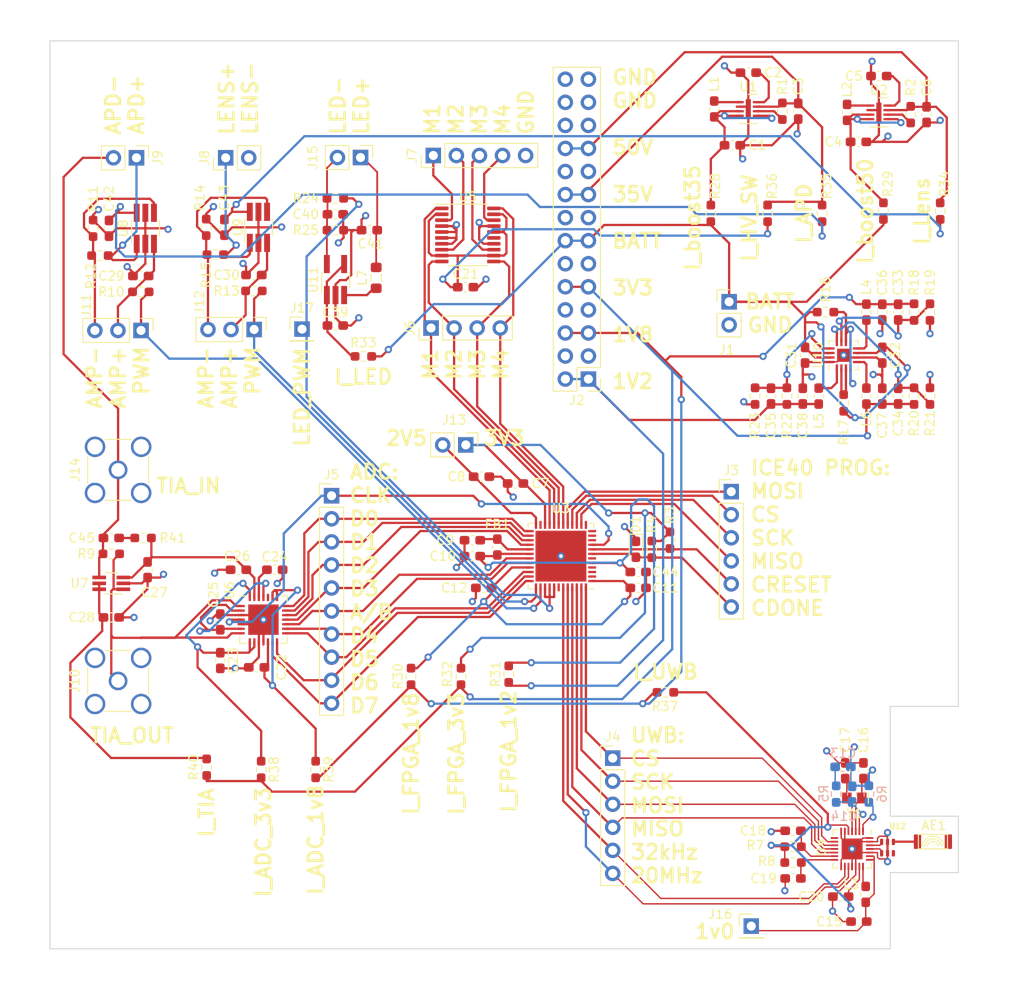
<source format=kicad_pcb>
(kicad_pcb (version 20211014) (generator pcbnew)
  (layers (0 "F.Cu" signal) (1 "In1.Cu" signal) (2 "In2.Cu" signal) (31 "B.Cu" signal) (34 "B.Paste" user) (35 "F.Paste" user) (36 "B.SilkS" user "B.Silkscreen") (37 "F.SilkS" user "F.Silkscreen") (38 "B.Mask" user) (39 "F.Mask" user) (44 "Edge.Cuts" user))
  (net 0 "")
  (net 1 "GND")
  (net 2 "Net-(C2-Pad1)")
  (net 3 "/35v")
  (net 4 "Net-(C5-Pad1)")
  (net 5 "/50v")
  (net 6 "/3v3")
  (net 7 "/2v5")
  (net 8 "Net-(C9-Pad1)")
  (net 9 "/1v2")
  (net 10 "/1v8")
  (net 11 "Net-(C13-Pad1)")
  (net 12 "Net-(C14-Pad1)")
  (net 13 "Net-(C15-Pad1)")
  (net 14 "Net-(C16-Pad1)")
  (net 15 "Net-(C17-Pad1)")
  (net 16 "Net-(C18-Pad1)")
  (net 17 "Net-(C19-Pad1)")
  (net 18 "/MAX1191/3v3")
  (net 19 "Net-(C24-Pad1)")
  (net 20 "Net-(C25-Pad1)")
  (net 21 "/MAX1191/max_vref")
  (net 22 "Net-(C29-Pad1)")
  (net 23 "Net-(C30-Pad1)")
  (net 24 "Net-(C33-Pad2)")
  (net 25 "Net-(C34-Pad2)")
  (net 26 "Net-(C35-Pad2)")
  (net 27 "/ICE40UP5K/PROG_CDONE")
  (net 40 "/ICE40UP5K/PROG_CS")
  (net 41 "/ICE40UP5K/PROG_SCK")
  (net 42 "/ICE40UP5K/PROG_MOSI")
  (net 43 "/ICE40UP5K/PROG_MISO")
  (net 44 "/ICE40UP5K/PROG_CRESET")
  (net 45 "/ICE40UP5K/UWB_CS")
  (net 46 "/ICE40UP5K/UWB_MOSI")
  (net 47 "/ICE40UP5K/UWB_SCK")
  (net 48 "/ICE40UP5K/UWB_MISO")
  (net 49 "/ICE40UP5K/CLK_32.768K")
  (net 50 "/ICE40UP5K/CLK_20.48M")
  (net 51 "/ICE40UP5K/ADC_CLK")
  (net 52 "/ICE40UP5K/ADC_D0")
  (net 53 "/ICE40UP5K/ADC_D1")
  (net 54 "/ICE40UP5K/ADC_D2")
  (net 55 "/ICE40UP5K/ADC_D3")
  (net 56 "/ICE40UP5K/ADC_D4")
  (net 57 "/ICE40UP5K/ADC_D5")
  (net 58 "/ICE40UP5K/ADC_D6")
  (net 59 "/ICE40UP5K/ADC_D7")
  (net 60 "/ADG5234/IN1")
  (net 61 "/ADG5234/IN2")
  (net 62 "/ADG5234/IN3")
  (net 63 "/ADG5234/IN4")
  (net 64 "/ADG5234/OUT1")
  (net 65 "/ADG5234/OUT2")
  (net 66 "/ADG5234/OUT3")
  (net 67 "/ADG5234/OUT4")
  (net 68 "/MAX1191/Vin")
  (net 69 "/HVbias/PWM_in")
  (net 70 "/HVbias1/PWM_in")
  (net 71 "Net-(L1-Pad2)")
  (net 72 "Net-(L2-Pad2)")
  (net 73 "Net-(L3-Pad2)")
  (net 74 "Net-(L4-Pad1)")
  (net 75 "Net-(L5-Pad1)")
  (net 76 "Net-(L6-Pad1)")
  (net 77 "Net-(R6-Pad2)")
  (net 78 "/TIA/I_APD")
  (net 79 "/HVbias/HV_bias")
  (net 80 "/HVbias1/HV_bias")
  (net 81 "Net-(R16-Pad1)")
  (net 82 "Net-(R17-Pad1)")
  (net 87 "Net-(J11-Pad3)")
  (net 88 "Net-(J12-Pad3)")
  (net 91 "/ICE40UP5K/ADC_A{slash}B")
  (net 94 "/LED_driver/batt")
  (net 95 "/LED_driver/LED-")
  (net 96 "/LED_driver/LED+")
  (net 97 "Net-(L7-Pad1)")
  (net 98 "/ICE40UP5K/LED_drive")
  (net 100 "/LT3494_boost/FB")
  (net 104 "/SR1010_UWB/RFP")
  (net 105 "/LT3494_boost1/FB")
  (net 106 "/SR1010_UWB/RFN")
  (net 109 "/LT3494_boost/Vbatt")
  (net 110 "/LT3494_boost1/Vbatt")
  (net 111 "/ICE40UP5K/3v3")
  (net 112 "/ICE40UP5K/1v2")
  (net 113 "/ICE40UP5K/1v8")
  (net 114 "/SR1010_UWB/1v8")
  (net 115 "/ADG5234/35v")
  (net 116 "/MAX1191/1v8")
  (net 117 "/TIA/3v3")
  (net 118 "/buck_supply/vbatt")
  (net 119 "/HVbias/VHV")
  (net 120 "/HVbias1/VHV")
  (net 121 "Net-(C45-Pad1)")
  (net 122 "Net-(U12-Pad1)")
  (footprint "Capacitor_SMD:C_0603_1608Metric_Pad1.08x0.95mm_HandSolder" (layer "F.Cu") (at 148.375 80.625 90)
    (fp_text reference "C35")
    (fp_text value "20p")
  )
  (footprint "Resistor_SMD:R_0603_1608Metric_Pad0.98x0.95mm_HandSolder" (layer "F.Cu") (at 167 60.25 -90)
    (fp_text reference "R34")
    (fp_text value "1")
  )
  (footprint "Capacitor_SMD:C_0603_1608Metric_Pad1.08x0.95mm_HandSolder" (layer "F.Cu") (at 87.74952 109.74952 -90)
    (fp_text reference "C23")
    (fp_text value "100n")
  )
  (footprint "Resistor_SMD:R_0603_1608Metric_Pad0.98x0.95mm_HandSolder" (layer "F.Cu") (at 164.125 71.375 90)
    (fp_text reference "R18")
    (fp_text value "760k")
  )
  (footprint "Resistor_SMD:R_0603_1608Metric_Pad0.98x0.95mm_HandSolder" (layer "F.Cu") (at 73.75 62.145 -90)
    (fp_text reference "R11")
    (fp_text value "100k")
  )
  (footprint "Resistor_SMD:R_0603_1608Metric_Pad0.98x0.95mm_HandSolder" (layer "F.Cu") (at 156.375 81.375 -90)
    (fp_text reference "R17")
    (fp_text value "380k")
  )
  (footprint "Capacitor_SMD:C_0603_1608Metric_Pad1.08x0.95mm_HandSolder" (layer "F.Cu") (at 162.375 80.625 90)
    (fp_text reference "C34")
    (fp_text value "20p")
  )
  (footprint "Package_TO_SOT_SMD:TSOT-23-6_HandSoldering" (layer "F.Cu") (at 91.95 62.04 90)
    (fp_text reference "U9")
    (fp_text value "ADA4097")
  )
  (footprint "Capacitor_SMD:C_0603_1608Metric_Pad1.08x0.95mm_HandSolder" (layer "F.Cu") (at 88.2 62.04 -90)
    (fp_text reference "C43")
    (fp_text value "100n")
  )
  (footprint "Capacitor_SMD:C_0603_1608Metric_Pad1.08x0.95mm_HandSolder" (layer "F.Cu") (at 151.375 49.25 -90)
    (fp_text reference "C3")
    (fp_text value "1u")
  )
  (footprint "Capacitor_SMD:C_0603_1608Metric_Pad1.08x0.95mm_HandSolder" (layer "F.Cu") (at 120.25 90.25 180)
    (fp_text reference "C7")
    (fp_text value "100n")
  )
  (footprint "Capacitor_SMD:C_0603_1608Metric_Pad1.08x0.95mm_HandSolder" (layer "F.Cu") (at 158 52.625)
    (fp_text reference "C4")
    (fp_text value "1u")
  )
  (footprint "Package_TO_SOT_SMD:TSOT-23-6_HandSoldering" (layer "F.Cu") (at 79.5 62.145 90)
    (fp_text reference "U8")
    (fp_text value "ADA4097")
  )
  (footprint "Connector_PinHeader_2.54mm:PinHeader_1x01_P2.54mm_Vertical" (layer "F.Cu") (at 146.2 139)
    (fp_text reference "J16")
    (fp_text value "Conn_01x01")
  )
  (footprint "Capacitor_SMD:C_0603_1608Metric_Pad1.08x0.95mm_HandSolder" (layer "F.Cu") (at 75.5 62.145 -90)
    (fp_text reference "C42")
    (fp_text value "100n")
  )
  (footprint "Capacitor_SMD:C_0603_1608Metric_Pad1.08x0.95mm_HandSolder" (layer "F.Cu") (at 114.75 68.625)
    (fp_text reference "C21")
    (fp_text value "100n")
  )
  (footprint "Resistor_SMD:R_0603_1608Metric_Pad0.98x0.95mm_HandSolder" (layer "F.Cu") (at 150.125 80.625 -90)
    (fp_text reference "R22")
    (fp_text value "380k")
  )
  (footprint "Connector_PinHeader_2.54mm:PinHeader_1x02_P2.54mm_Vertical" (layer "F.Cu") (at 103.1875 54.35 -90)
    (fp_text reference "J15")
    (fp_text value "LED conn")
  )
  (footprint "Resistor_SMD:R_0603_1608Metric_Pad0.98x0.95mm_HandSolder" (layer "F.Cu") (at 148 60.5 -90)
    (fp_text reference "R36")
    (fp_text value "1")
  )
  (footprint "Capacitor_SMD:C_0603_1608Metric_Pad1.08x0.95mm_HandSolder" (layer "F.Cu") (at 133.75 101.75)
    (fp_text reference "C11")
    (fp_text value "100n")
  )
  (footprint "Resistor_SMD:R_0603_1608Metric_Pad0.98x0.95mm_HandSolder" (layer "F.Cu") (at 74.5 65.145)
    (fp_text reference "R12")
    (fp_text value "3M")
  )
  (footprint "Resistor_SMD:R_0603_1608Metric_Pad0.98x0.95mm_HandSolder" (layer "F.Cu") (at 87.2 65.04)
    (fp_text reference "R15")
    (fp_text value "3M")
  )
  (footprint "Capacitor_SMD:C_0603_1608Metric_Pad1.08x0.95mm_HandSolder" (layer "F.Cu") (at 156.55 121.8875 90)
    (fp_text reference "C17")
    (fp_text value "3p")
  )
  (footprint "Connector_PinHeader_2.54mm:PinHeader_1x02_P2.54mm_Vertical" (layer "F.Cu") (at 88.34375 54.3825 90)
    (fp_text reference "J8")
    (fp_text value "Lens conn")
  )
  (footprint "Capacitor_SMD:C_0603_1608Metric_Pad1.08x0.95mm_HandSolder" (layer "F.Cu") (at 133.75 100)
    (fp_text reference "C44")
    (fp_text value "100n")
  )
  (footprint "Capacitor_SMD:C_0603_1608Metric_Pad1.08x0.95mm_HandSolder" (layer "F.Cu") (at 162.375 71.375 -90)
    (fp_text reference "C33")
    (fp_text value "20p")
  )
  (footprint "Connector_Coaxial:SMA_Amphenol_901-144_Vertical" (layer "F.Cu") (at 76.5 88.75 90)
    (fp_text reference "J14")
    (fp_text value "Conn_Coaxial")
  )
  (footprint "Capacitor_SMD:C_0603_1608Metric_Pad1.08x0.95mm_HandSolder" (layer "F.Cu") (at 165.5 49.625 -90)
    (fp_text reference "C6")
    (fp_text value "1u")
  )
  (footprint "Capacitor_SMD:C_0603_1608Metric_Pad1.08x0.95mm_HandSolder" (layer "F.Cu") (at 160.625 76.125 -90)
    (fp_text reference "C32")
    (fp_text value "10u")
  )
  (footprint "Connector_PinHeader_2.54mm:PinHeader_1x10_P2.54mm_Vertical" (layer "F.Cu") (at 100 91.6)
    (fp_text reference "J5")
    (fp_text value "Conn_01x10")
  )
  (footprint "Package_DFN_QFN:DFN-8-1EP_2x3mm_P0.5mm_EP0.56x2.15mm" (layer "F.Cu") (at 160.25 49.375)
    (fp_text reference "U2")
    (fp_text value "LT3494")
  )
  (footprint "Resistor_SMD:R_0603_1608Metric_Pad0.98x0.95mm_HandSolder" (layer "F.Cu") (at 86.25 121.5 90)
    (fp_text reference "R40")
    (fp_text value "1")
  )
  (footprint "Connector_PinHeader_2.54mm:PinHeader_1x05_P2.54mm_Vertical" (layer "F.Cu") (at 111.2 54.125 90)
    (fp_text reference "J7")
    (fp_text value "Mirror drive")
  )
  (footprint "Capacitor_SMD:C_0603_1608Metric_Pad1.08x0.95mm_HandSolder" (layer "F.Cu") (at 150.8 128.5 180)
    (fp_text reference "C18")
    (fp_text value "100n")
  )
  (footprint "Resistor_SMD:R_0603_1608Metric_Pad0.98x0.95mm_HandSolder" (layer "F.Cu") (at 92.25 121.75 -90)
    (fp_text reference "R38")
    (fp_text value "1")
  )
  (footprint "Inductor_SMD:L_0603_1608Metric_Pad1.05x0.95mm_HandSolder" (layer "F.Cu") (at 153.625 80.625 -90)
    (fp_text reference "L5")
    (fp_text value "1.5u")
  )
  (footprint "Capacitor_SMD:C_0603_1608Metric_Pad1.08x0.95mm_HandSolder" (layer "F.Cu") (at 116.5 89.5)
    (fp_text reference "C8")
    (fp_text value "100n")
  )
  (footprint "Connector_PinHeader_2.54mm:PinHeader_1x02_P2.54mm_Vertical" (layer "F.Cu") (at 143.765 70.24)
    (fp_text reference "J1")
    (fp_text value "Conn_01x02")
  )
  (footprint "Package_DFN_QFN:QFN-28-1EP_4x4mm_P0.4mm_EP2.3x2.3mm" (layer "F.Cu") (at 157.3 130.5 -90)
    (fp_text reference "U4")
    (fp_text value "SR10x0")
  )
  (footprint "Capacitor_SMD:C_0603_1608Metric_Pad1.08x0.95mm_HandSolder" (layer "F.Cu") (at 150.8 133.75 180)
    (fp_text reference "C19")
    (fp_text value "100n")
  )
  (footprint "Connector_PinHeader_2.54mm:PinHeader_1x04_P2.54mm_Vertical" (layer "F.Cu") (at 110.95 73.125 90)
    (fp_text reference "J6")
    (fp_text value "Conn_01x04")
  )
  (footprint "Resistor_SMD:R_0603_1608Metric_Pad0.98x0.95mm_HandSolder" (layer "F.Cu") (at 154.375 71.375 180)
    (fp_text reference "R16")
    (fp_text value "380k")
  )
  (footprint "Resistor_SMD:R_0603_1608Metric_Pad0.98x0.95mm_HandSolder" (layer "F.Cu") (at 149.625 49.25 90)
    (fp_text reference "R1")
    (fp_text value "5M")
  )
  (footprint "Resistor_SMD:R_0603_1608Metric_Pad0.98x0.95mm_HandSolder" (layer "F.Cu") (at 108.75 111.5 90)
    (fp_text reference "R30")
    (fp_text value "1")
  )
  (footprint "Capacitor_SMD:C_0603_1608Metric_Pad1.08x0.95mm_HandSolder" (layer "F.Cu") (at 104.1625 62.35 180)
    (fp_text reference "C41")
    (fp_text value "10u")
  )
  (footprint "Capacitor_SMD:C_0603_1608Metric_Pad1.08x0.95mm_HandSolder" (layer "F.Cu") (at 158.05 138.5 180)
    (fp_text reference "C15")
    (fp_text value "1u")
  )
  (footprint "Package_TO_SOT_SMD:TSOT-23-5_HandSoldering" (layer "F.Cu") (at 100.4325 67.79 90)
    (fp_text reference "U11")
    (fp_text value "PAM2804")
  )
  (footprint "Package_TO_SOT_SMD:SOT-363_SC-70-6_Handsoldering" (layer "F.Cu") (at 75.74952 101.24952 180)
    (fp_text reference "U7")
    (fp_text value "OPA838SIDCKT")
  )
  (footprint "Inductor_SMD:L_0603_1608Metric_Pad1.05x0.95mm_HandSolder" (layer "F.Cu") (at 142.125 49 90)
    (fp_text reference "L1")
    (fp_text value "15u")
  )
  (footprint "LED_SMD:LED_0603_1608Metric_Pad1.05x0.95mm_HandSolder" (layer "F.Cu") (at 133.5 97.5 -90)
    (fp_text reference "D1")
    (fp_text value "LED")
  )
  (footprint "Package_DFN_QFN:QFN-16-1EP_3x3mm_P0.5mm_EP1.45x1.45mm" (layer "F.Cu") (at 156.375 76.125 90)
    (fp_text reference "U10")
    (fp_text value "LTC3545")
  )
  (footprint "Resistor_SMD:R_0603_1608Metric_Pad0.98x0.95mm_HandSolder" (layer "F.Cu") (at 114.25 111.5 -90)
    (fp_text reference "R32")
    (fp_text value "1")
  )
  (footprint "Resistor_SMD:R_0603_1608Metric_Pad0.98x0.95mm_HandSolder" (layer "F.Cu") (at 146.625 80.625 90)
    (fp_text reference "R23")
    (fp_text value "380k")
  )
  (footprint "Capacitor_SMD:C_0603_1608Metric_Pad1.08x0.95mm_HandSolder" (layer "F.Cu") (at 93.74952 99.74952)
    (fp_text reference "C24")
    (fp_text value "100n")
  )
  (footprint "Resistor_SMD:R_0603_1608Metric_Pad0.98x0.95mm_HandSolder" (layer "F.Cu") (at 98.25 121.75 -90)
    (fp_text reference "R39")
    (fp_text value "1")
  )
  (footprint "Package_DFN_QFN:QFN-48-1EP_7x7mm_P0.5mm_EP5.6x5.6mm" (layer "F.Cu") (at 125.25 98.25 180)
    (fp_text reference "U3")
    (fp_text value "ICE40UP5K-SG48ITR")
  )
  (footprint "Resistor_SMD:R_0603_1608Metric_Pad0.98x0.95mm_HandSolder" (layer "F.Cu") (at 163.75 49.625 90)
    (fp_text reference "R2")
    (fp_text value "7.3M")
  )
  (footprint "Package_DFN_QFN:QFN-28-1EP_5x5mm_P0.5mm_EP3.35x3.35mm" (layer "F.Cu") (at 92.49952 105.24952)
    (fp_text reference "U6")
    (fp_text value "MAX1191")
  )
  (footprint "Capacitor_SMD:C_0603_1608Metric_Pad1.08x0.95mm_HandSolder" (layer "F.Cu") (at 79.74952 99.74952 -90)
    (fp_text reference "C27")
    (fp_text value "100n")
  )
  (footprint "Resistor_SMD:R_0603_1608Metric_Pad0.98x0.95mm_HandSolder" (layer "F.Cu") (at 86.2 62.04 -90)
    (fp_text reference "R14")
    (fp_text value "100k")
  )
  (footprint "Capacitor_SMD:C_0603_1608Metric_Pad1.08x0.95mm_HandSolder" (layer "F.Cu") (at 144.125 53)
    (fp_text reference "C1")
    (fp_text value "1u")
  )
  (footprint "Resistor_SMD:R_0603_1608Metric_Pad0.98x0.95mm_HandSolder" (layer "F.Cu") (at 103.5 76.25 180)
    (fp_text reference "R33")
    (fp_text value "1")
  )
  (footprint "Capacitor_SMD:C_0603_1608Metric_Pad1.08x0.95mm_HandSolder" (layer "F.Cu") (at 160.625 71.375 -90)
    (fp_text reference "C36")
    (fp_text value "10u")
  )
  (footprint "Resistor_SMD:R_0603_1608Metric_Pad0.98x0.95mm_HandSolder" (layer "F.Cu") (at 136.75 113.25)
    (fp_text reference "R37")
    (fp_text value "1")
  )
  (footprint "Connector_PinHeader_2.54mm:PinHeader_1x06_P2.54mm_Vertical" (layer "F.Cu") (at 130.95 120.5)
    (fp_text reference "J4")
    (fp_text value "Conn_01x06")
  )
  (footprint "Capacitor_SMD:C_0603_1608Metric_Pad1.08x0.95mm_HandSolder" (layer "F.Cu") (at 75.74952 104.99952)
    (fp_text reference "C28")
    (fp_text value "100n")
  )
  (footprint "Capacitor_SMD:C_0603_1608Metric_Pad1.08x0.95mm_HandSolder" (layer "F.Cu") (at 115.5 98.25 180)
    (fp_text reference "C10")
    (fp_text value "100n")
  )
  (footprint "Resistor_SMD:R_0603_1608Metric_Pad0.98x0.95mm_HandSolder" (layer "F.Cu") (at 79 69.145 180)
    (fp_text reference "R10")
    (fp_text value "100k")
  )
  (footprint "Connector_PinHeader_2.54mm:PinHeader_2x14_P2.54mm_Vertical" (layer "F.Cu") (at 128.275 78.75 180)
    (fp_text reference "J2")
    (fp_text value "Conn_02x14_Odd_Even")
  )
  (footprint "Resistor_SMD:R_0603_1608Metric_Pad0.98x0.95mm_HandSolder" (layer "F.Cu") (at 165.875 71.375 90)
    (fp_text reference "R19")
    (fp_text value "380k")
  )
  (footprint "Connector_PinHeader_2.54mm:PinHeader_1x01_P2.54mm_Vertical" (layer "F.Cu") (at 96.75 73.25)
    (fp_text reference "J17")
    (fp_text value "Conn_01x01")
  )
  (footprint "Capacitor_SMD:C_0603_1608Metric_Pad1.08x0.95mm_HandSolder" (layer "F.Cu") (at 145.875 45 180)
    (fp_text reference "C2")
    (fp_text value "0.22u")
  )
  (footprint "Resistor_SMD:R_0603_1608Metric_Pad0.98x0.95mm_HandSolder" (layer "F.Cu") (at 137.25 96.5 -90)
    (fp_text reference "R3")
    (fp_text value "10k")
  )
  (footprint "Resistor_SMD:R_0603_1608Metric_Pad0.98x0.95mm_HandSolder" (layer "F.Cu") (at 141.75 60.5 90)
    (fp_text reference "R28")
    (fp_text value "1")
  )
  (footprint "Resistor_SMD:R_0603_1608Metric_Pad0.98x0.95mm_HandSolder" (layer "F.Cu") (at 154 60.5 -90)
    (fp_text reference "R35")
    (fp_text value "1")
  )
  (footprint "Capacitor_SMD:C_0603_1608Metric_Pad1.08x0.95mm_HandSolder" (layer "F.Cu") (at 91.45 67.29 180)
    (fp_text reference "C30")
    (fp_text value "100n")
  )
  (footprint "Capacitor_SMD:C_0603_1608Metric_Pad1.08x0.95mm_HandSolder" (layer "F.Cu") (at 89.74952 99.74952 180)
    (fp_text reference "C26")
    (fp_text value "100n")
  )
  (footprint "Resistor_SMD:R_0603_1608Metric_Pad0.98x0.95mm_HandSolder" (layer "F.Cu") (at 100.4125 62.35 180)
    (fp_text reference "R25")
    (fp_text value "2")
  )
  (footprint "Inductor_SMD:L_0603_1608Metric_Pad1.05x0.95mm_HandSolder" (layer "F.Cu") (at 118.25 97.25 90)
    (fp_text reference "FB1")
    (fp_text value "FerriteBead_Small")
  )
  (footprint "Capacitor_SMD:C_0603_1608Metric_Pad1.08x0.95mm_HandSolder" (layer "F.Cu") (at 156.05 135.75 180)
    (fp_text reference "C20")
    (fp_text value "100n")
  )
  (footprint "0_kicad_custom_footprints:CSP_BALUN" (layer "F.Cu") (at 161.2 130.35 -90)
    (fp_text reference "U12")
    (fp_text value "CSP_BALUN")
  )
  (footprint "Inductor_SMD:L_0603_1608Metric_Pad1.05x0.95mm_HandSolder" (layer "F.Cu") (at 158.875 80.625 -90)
    (fp_text reference "L6")
    (fp_text value "1.5u")
  )
  (footprint "Resistor_SMD:R_0603_1608Metric_Pad0.98x0.95mm_HandSolder" (layer "F.Cu") (at 79.25 96.25)
    (fp_text reference "R41")
    (fp_text value "50")
  )
  (footprint "Capacitor_SMD:C_0603_1608Metric_Pad1.08x0.95mm_HandSolder" (layer "F.Cu") (at 160.25 45.375 180)
    (fp_text reference "C5")
    (fp_text value "0.22u")
  )
  (footprint "Capacitor_SMD:C_0603_1608Metric_Pad1.08x0.95mm_HandSolder" (layer "F.Cu") (at 75.75 96.25 180)
    (fp_text reference "C45")
    (fp_text value "50p")
  )
  (footprint "Resistor_SMD:R_0603_1608Metric_Pad0.98x0.95mm_HandSolder" (layer "F.Cu") (at 150.8 132)
    (fp_text reference "R8")
    (fp_text value "0")
  )
  (footprint "Capacitor_SMD:C_0603_1608Metric_Pad1.08x0.95mm_HandSolder" (layer "F.Cu") (at 100.4125 60.6)
    (fp_text reference "C40")
    (fp_text value "10u")
  )
  (footprint "Package_SO:TSSOP-20_4.4x6.5mm_P0.65mm" (layer "F.Cu") (at 115 62.875)
    (fp_text reference "U5")
    (fp_text value "ADG5234_TSSOP")
  )
  (footprint "0_kicad_custom_footprints:antenna_footprint" (layer "F.Cu") (at 166.2 129.7)
    (fp_text reference "AE1")
    (fp_text value "Antenna")
  )
  (footprint "Inductor_SMD:L_0805_2012Metric_Pad1.05x1.20mm_HandSolder" (layer "F.Cu") (at 104.9125 67.6 90)
    (fp_text reference "L7")
    (fp_text value "4.7u")
  )
  (footprint "Connector_PinHeader_2.54mm:PinHeader_1x03_P2.54mm_Vertical" (layer "F.Cu") (at 79.025 73.395 -90)
    (fp_text reference "J11")
    (fp_text value "Conn_01x03")
  )
  (footprint "Capacitor_SMD:C_0603_1608Metric_Pad1.08x0.95mm_HandSolder" (layer "F.Cu") (at 91.74952 110.49952 180)
    (fp_text reference "C22")
    (fp_text value "1u")
  )
  (footprint "Capacitor_SMD:C_0603_1608Metric_Pad1.08x0.95mm_HandSolder" (layer "F.Cu") (at 152.125 76.125 -90)
    (fp_text reference "C31")
    (fp_text value "10u")
  )
  (footprint "Resistor_SMD:R_0603_1608Metric_Pad0.98x0.95mm_HandSolder" (layer "F.Cu") (at 165.875 80.625 -90)
    (fp_text reference "R21")
    (fp_text value "380k")
  )
  (footprint "Connector_PinHeader_2.54mm:PinHeader_1x02_P2.54mm_Vertical" (layer "F.Cu") (at 78.525 54.3825 -90)
    (fp_text reference "J9")
    (fp_text value "APD_conn")
  )
  (footprint "Connector_PinHeader_2.54mm:PinHeader_1x06_P2.54mm_Vertical" (layer "F.Cu") (at 144 91.15)
    (fp_text reference "J3")
    (fp_text value "Conn_01x06")
  )
  (footprint "Inductor_SMD:L_0603_1608Metric_Pad1.05x0.95mm_HandSolder" (layer "F.Cu") (at 156.75 49.375 90)
    (fp_text reference "L2")
    (fp_text value "15u")
  )
  (footprint "Connector_Coaxial:SMA_Amphenol_901-144_Vertical" (layer "F.Cu") (at 76.49952 111.99952 90)
    (fp_text reference "J10")
    (fp_text value "Conn_Coaxial")
  )
  (footprint "Connector_PinHeader_2.54mm:PinHeader_1x03_P2.54mm_Vertical" (layer "F.Cu") (at 91.475 73.29 -90)
    (fp_text reference "J12")
    (fp_text value "Conn_01x03")
  )
  (footprint "Inductor_SMD:L_0603_1608Metric_Pad1.05x0.95mm_HandSolder" (layer "F.Cu") (at 158.875 71.375 90)
    (fp_text reference "L4")
    (fp_text value "1.5u")
  )
  (footprint "Capacitor_SMD:C_0603_1608Metric_Pad1.08x0.95mm_HandSolder" (layer "F.Cu") (at 160.625 80.625 90)
    (fp_text reference "C37")
    (fp_text value "10u")
  )
  (footprint "Capacitor_SMD:C_0603_1608Metric_Pad1.08x0.95mm_HandSolder" (layer "F.Cu") (at 100.4125 72.85)
    (fp_text reference "C39")
    (fp_text value "10u")
  )
  (footprint "Inductor_SMD:L_0603_1608Metric_Pad1.05x0.95mm_HandSolder" (layer "F.Cu") (at 158.8 135.5 90)
    (fp_text reference "L3")
    (fp_text value "180n")
  )
  (footprint "Resistor_SMD:R_0603_1608Metric_Pad0.98x0.95mm_HandSolder" (layer "F.Cu") (at 119.5 111.25 90)
    (fp_text reference "R31")
    (fp_text value "1")
  )
  (footprint "Resistor_SMD:R_0603_1608Metric_Pad0.98x0.95mm_HandSolder" (layer "F.Cu") (at 91.45 69.04 180)
    (fp_text reference "R13")
    (fp_text value "100k")
  )
  (footprint "Package_DFN_QFN:DFN-8-1EP_2x3mm_P0.5mm_EP0.56x2.15mm" (layer "F.Cu") (at 145.875 49)
    (fp_text reference "U1")
    (fp_text value "LT3494")
  )
  (footprint "Crystal:Crystal_SMD_MicroCrystal_CM9V-T1A-2Pin_1.6x1.0mm_HandSoldering" (layer "F.Cu") (at 157.55 124.8875 180)
    (fp_text reference "Y1")
    (fp_text value "32.768kHz")
  )
  (footprint "Capacitor_SMD:C_0603_1608Metric_Pad1.08x0.95mm_HandSolder" (layer "F.Cu") (at 87.74952 105.49952 90)
    (fp_text reference "C25")
    (fp_text value "100n")
  )
  (footprint "Resistor_SMD:R_0603_1608Metric_Pad0.98x0.95mm_HandSolder" (layer "F.Cu") (at 75.74952 97.99952)
    (fp_text reference "R9")
    (fp_text value "TIA_FB")
  )
  (footprint "Capacitor_SMD:C_0603_1608Metric_Pad1.08x0.95mm_HandSolder" (layer "F.Cu") (at 158.55 121.8875 90)
    (fp_text reference "C16")
    (fp_text value "3p")
  )
  (footprint "Resistor_SMD:R_0603_1608Metric_Pad0.98x0.95mm_HandSolder" (layer "F.Cu") (at 150.8 130.25 180)
    (fp_text reference "R7")
    (fp_text value "380k")
  )
  (footprint "Capacitor_SMD:C_0603_1608Metric_Pad1.08x0.95mm_HandSolder" (layer "F.Cu") (at 79 67.395 180)
    (fp_text reference "C29")
    (fp_text value "100n")
  )
  (footprint "Resistor_SMD:R_0603_1608Metric_Pad0.98x0.95mm_HandSolder" (layer "F.Cu") (at 135.25 97.5 -90)
    (fp_text reference "R4")
    (fp_text value "180")
  )
  (footprint "Resistor_SMD:R_0603_1608Metric_Pad0.98x0.95mm_HandSolder" (layer "F.Cu") (at 164.125 80.625 -90)
    (fp_text reference "R20")
    (fp_text value "1.7M")
  )
  (footprint "Capacitor_SMD:C_0603_1608Metric_Pad1.08x0.95mm_HandSolder" (layer "F.Cu") (at 116.75 101.75 180)
    (fp_text reference "C12")
    (fp_text value "100n")
  )
  (footprint "Resistor_SMD:R_0603_1608Metric_Pad0.98x0.95mm_HandSolder" (layer "F.Cu") (at 160.75 60.25 90)
    (fp_text reference "R29")
    (fp_text value "1")
  )
  (footprint "Connector_PinHeader_2.54mm:PinHeader_1x02_P2.54mm_Vertical" (layer "F.Cu") (at 114.775 86 -90)
    (fp_text reference "J13")
    (fp_text value "Conn_01x02")
  )
  (footprint "Capacitor_SMD:C_0603_1608Metric_Pad1.08x0.95mm_HandSolder" (layer "F.Cu") (at 115.5 96.5 180)
    (fp_text reference "C9")
    (fp_text value "100n")
  )
  (footprint "Capacitor_SMD:C_0603_1608Metric_Pad1.08x0.95mm_HandSolder" (layer "F.Cu") (at 151.875 80.625 90)
    (fp_text reference "C38")
    (fp_text value "10u")
  )
  (footprint "Resistor_SMD:R_0603_1608Metric_Pad0.98x0.95mm_HandSolder" (layer "F.Cu") (at 100.4125 58.85 180)
    (fp_text reference "R24")
    (fp_text value "2")
  )
  (footprint "Resistor_SMD:R_0603_1608Metric_Pad0.98x0.95mm_HandSolder" (layer "B.Cu") (at 155.55 124.4625 -90)
    (fp_text reference "R5")
    (fp_text value "390k")
  )
  (footprint "Capacitor_SMD:C_0603_1608Metric_Pad1.08x0.95mm_HandSolder" (layer "B.Cu") (at 156.3 121.4625)
    (fp_text reference "C13")
    (fp_text value "680p")
  )
  (footprint "Capacitor_SMD:C_0603_1608Metric_Pad1.08x0.95mm_HandSolder" (layer "B.Cu") (at 157.3 124.4625 90)
    (fp_text reference "C14")
    (fp_text value "68p")
  )
  (footprint "Resistor_SMD:R_0603_1608Metric_Pad0.98x0.95mm_HandSolder" (layer "B.Cu") (at 159.15 124.45 -90)
    (fp_text reference "R6")
    (fp_text value "2.2M")
  )
  (gr_line (start 69 141.5) (end 69 41.5) (layer "Edge.Cuts") (width 0.1))
  (gr_line (start 161.5 141.5) (end 69 141.5) (layer "Edge.Cuts") (width 0.1))
  (gr_line (start 161.5 133.1) (end 161.5 141.5) (layer "Edge.Cuts") (width 0.1))
  (gr_line (start 161.5 114.8) (end 161.5 126.9) (layer "Edge.Cuts") (width 0.1))
  (gr_line (start 169 126.9) (end 169 133.1) (layer "Edge.Cuts") (width 0.1))
  (gr_line (start 69 41.5) (end 169 41.5) (layer "Edge.Cuts") (width 0.1))
  (gr_line (start 161.5 126.9) (end 169 126.9) (layer "Edge.Cuts") (width 0.1))
  (gr_line (start 169 41.5) (end 169 114.8) (layer "Edge.Cuts") (width 0.1))
  (gr_line (start 169 133.1) (end 161.5 133.1) (layer "Edge.Cuts") (width 0.1))
  (gr_line (start 169 114.8) (end 161.5 114.8) (layer "Edge.Cuts") (width 0.1))
  (gr_text "I_boost50" (at 158.75 60.25 90) (layer "F.SilkS") (effects (font (size 1.6 1.6) (thickness 0.3))))
  (gr_text "I_APD" (at 152 60.5 90) (layer "F.SilkS") (effects (font (size 1.6 1.6) (thickness 0.3))))
  (gr_text "I_FPGA_1v2" (at 119.5 119.75 90) (layer "F.SilkS") (effects (font (size 1.6 1.6) (thickness 0.3))))
  (gr_text "LED-\nLED+" (at 102 52 90) (layer "F.SilkS") (effects (font (size 1.6 1.6) (thickness 0.3)) (justify left)))
  (gr_text "3V3" (at 119 85.25) (layer "F.SilkS") (effects (font (size 1.6 1.6) (thickness 0.3))))
  (gr_text "I_UWB" (at 136.75 111) (layer "F.SilkS") (effects (font (size 1.6 1.6) (thickness 0.3))))
  (gr_text "I_ADC_1v8" (at 98.25 129.5 90) (layer "F.SilkS") (effects (font (size 1.6 1.6) (thickness 0.3))))
  (gr_text "I_TIA" (at 86.25 126.5 90) (layer "F.SilkS") (effects (font (size 1.6 1.6) (thickness 0.3))))
  (gr_text "I_Lens" (at 165 60.25 90) (layer "F.SilkS") (effects (font (size 1.6 1.6) (thickness 0.3))))
  (gr_text "UWB:\nCS\nSCK\nMOSI\nMISO\n32kHz\n20MHz" (at 132.8 125.7) (layer "F.SilkS") (effects (font (size 1.6 1.6) (thickness 0.3)) (justify left)))
  (gr_text "TIA_OUT" (at 73.25 118) (layer "F.SilkS") (effects (font (size 1.6 1.6) (thickness 0.3)) (justify left)))
  (gr_text "I_ADC_3v3" (at 92.5 129.75 90) (layer "F.SilkS") (effects (font (size 1.6 1.6) (thickness 0.3))))
  (gr_text "M1\nM2\nM3\nM4" (at 114.75 75.25 90) (layer "F.SilkS") (effects (font (size 1.6 1.6) (thickness 0.3)) (justify right)))
  (gr_text "1v0" (at 142.2 139.6) (layer "F.SilkS") (effects (font (size 1.6 1.6) (thickness 0.3))))
  (gr_text "LENS+\nLENS-" (at 89.75 52 90) (layer "F.SilkS") (effects (font (size 1.6 1.6) (thickness 0.3)) (justify left)))
  (gr_text "2V5" (at 108.25 85.25) (layer "F.SilkS") (effects (font (size 1.6 1.6) (thickness 0.3))))
  (gr_text "BATT\nGND" (at 148.265 71.515) (layer "F.SilkS") (effects (font (size 1.6 1.6) (thickness 0.3))))
  (gr_text "GND\nGND\n\n50V\n\n35V\n\nBATT\n\n3V3\n\n1V8\n\n1V2" (at 130.75 62.25) (layer "F.SilkS") (effects (font (size 1.6 1.6) (thickness 0.3)) (justify left)))
  (gr_text "I_HV_SW" (at 146 61 90) (layer "F.SilkS") (effects (font (size 1.6 1.6) (thickness 0.3))))
  (gr_text "I_boost35" (at 139.75 61 90) (layer "F.SilkS") (effects (font (size 1.6 1.6) (thickness 0.3))))
  (gr_text "AMP-\nAMP+\nPWM" (at 76.5 75 90) (layer "F.SilkS") (effects (font (size 1.6 1.6) (thickness 0.3)) (justify right)))
  (gr_text "M1\nM2\nM3\nM4\nGND" (at 116.25 52 90) (layer "F.SilkS") (effects (font (size 1.6 1.6) (thickness 0.3)) (justify left)))
  (gr_text "I_LED" (at 103.5 78.5) (layer "F.SilkS") (effects (font (size 1.6 1.6) (thickness 0.3))))
  (gr_text "ADC:\nCLK\nD0\nD1\nD2\nD3\nA/B\nD4\nD5\nD6\nD7" (at 101.854 101.854) (layer "F.SilkS") (effects (font (size 1.6 1.6) (thickness 0.3)) (justify left)))
  (gr_text "ICE40 PROG:\nMOSI\nCS\nSCK\nMISO\nCRESET\nCDONE" (at 146 96.25) (layer "F.SilkS") (effects (font (size 1.6 1.6) (thickness 0.3)) (justify left)))
  (gr_text "LED_PWM" (at 96.75 80.75 90) (layer "F.SilkS") (effects (font (size 1.6 1.6) (thickness 0.3))))
  (gr_text "TIA_IN" (at 84.25 90.5) (layer "F.SilkS") (effects (font (size 1.6 1.6) (thickness 0.3))))
  (gr_text "APD-\nAPD+" (at 77.25 52 90) (layer "F.SilkS") (effects (font (size 1.6 1.6) (thickness 0.3)) (justify left)))
  (gr_text "I_FPGA_3v3" (at 113.75 120 90) (layer "F.SilkS") (effects (font (size 1.6 1.6) (thickness 0.3))))
  (gr_text "I_FPGA_1v8" (at 108.75 120 90) (layer "F.SilkS") (effects (font (size 1.6 1.6) (thickness 0.3))))
  (gr_text "AMP-\nAMP+\nPWM" (at 88.75 75 90) (layer "F.SilkS") (effects (font (size 1.6 1.6) (thickness 0.3)) (justify right)))
  (segment (start 158.5 129.3) (end 157.3 130.5) (width 0.1524) (layer "F.Cu") (net 1))
  (segment (start 87.86202 104.74952) (end 87.74952 104.63702) (width 0.25) (layer "F.Cu") (net 1))
  (segment (start 148.5 128.5) (end 148.4 128.6) (width 0.25) (layer "F.Cu") (net 1))
  (segment (start 114.6375 98.25) (end 114.6375 98.6125) (width 0.25) (layer "F.Cu") (net 1))
  (segment (start 160.625 52.625) (end 161.25 52) (width 0.25) (layer "F.Cu") (net 1))
  (segment (start 101.275 60.6) (end 101.275 62.3) (width 0.25) (layer "F.Cu") (net 1))
  (segment (start 152.625 78.25) (end 152.875 78.5) (width 0.25) (layer "F.Cu") (net 1))
  (segment (start 159.2375 130.9) (end 157.7 130.9) (width 0.1524) (layer "F.Cu") (net 1))
  (segment (start 78.1375 67.007) (end 77.5 66.3695) (width 0.25) (layer "F.Cu") (net 1))
  (segment (start 87.3625 104.63702) (end 87.74952 104.63702) (width 0.25) (layer "F.Cu") (net 1))
  (segment (start 103.3 62.35) (end 103.3 61.2) (width 0.25) (layer "F.Cu") (net 1))
  (segment (start 154.96322 76.84928) (end 155.65072 76.84928) (width 0.1524) (layer "F.Cu") (net 1))
  (segment (start 157.7 131.964363) (end 157.7 130.9) (width 0.1524) (layer "F.Cu") (net 1))
  (segment (start 78.1375 67.395) (end 78.1375 67.007) (width 0.25) (layer "F.Cu") (net 1))
  (segment (start 116.25 62.125) (end 116.475 61.9) (width 0.25) (layer "F.Cu") (net 1))
  (segment (start 116.25 62.125) (end 116.25 61.5) (width 0.25) (layer "F.Cu") (net 1))
  (segment (start 102.1625 62.6) (end 102.4125 62.35) (width 0.25) (layer "F.Cu") (net 1))
  (segment (start 101.325 62.35) (end 101.325 63.175) (width 0.25) (layer "F.Cu") (net 1))
  (segment (start 91.99952 107.69952) (end 91.99952 105.74952) (width 0.25) (layer "F.Cu") (net 1))
  (segment (start 160.625 76.9875) (end 160.625 78.5) (width 0.25) (layer "F.Cu") (net 1))
  (segment (start 144.9875 54.2375) (end 145.25 54.5) (width 0.25) (layer "F.Cu") (net 1))
  (segment (start 134.6125 101.75) (end 134.6125 102.1375) (width 0.25) (layer "F.Cu") (net 1))
  (segment (start 90.77452 110.61202) (end 90.88702 110.49952) (width 0.25) (layer "F.Cu") (net 1))
  (segment (start 116.25 63.375) (end 116.25 62.125) (width 0.25) (layer "F.Cu") (net 1))
  (segment (start 159.2375 129.3) (end 158.5 129.3) (width 0.1524) (layer "F.Cu") (net 1))
  (segment (start 90.04952 105.74952) (end 91.99952 105.74952) (width 0.25) (layer "F.Cu") (net 1))
  (segment (start 101.275 72.85) (end 102.15 72.85) (width 0.25) (layer "F.Cu") (net 1))
  (segment (start 159.3125 49.125) (end 160 49.125) (width 0.25) (layer "F.Cu") (net 1))
  (segment (start 86.2 61.1275) (end 86.2 60.55) (width 0.25) (layer "F.Cu") (net 1))
  (segment (start 155.65072 76.84928) (end 156.375 76.125) (width 0.1524) (layer "F.Cu") (net 1))
  (segment (start 161.2 131.45) (end 161.2 131.9) (width 0.1524) (layer "F.Cu") (net 1))
  (segment (start 100.4325 68.33) (end 100.9125 67.85) (width 0.25) (layer "F.Cu") (net 1))
  (segment (start 112.1375 63.85) (end 113.275 63.85) (width 0.25) (layer "F.Cu") (net 1))
  (segment (start 161.2 129.25) (end 161.2 129.725) (width 0.1524) (layer "F.Cu") (net 1))
  (segment (start 145.875 49) (end 145.875 52.1125) (width 0.25) (layer "F.Cu") (net 1))
  (segment (start 94.61202 99.74952) (end 94.61202 100.662578) (width 0.25) (layer "F.Cu") (net 1))
  (segment (start 160 49.125) (end 160.25 49.375) (width 0.25) (layer "F.Cu") (net 1))
  (segment (start 151.875 77.2375) (end 152.125 76.9875) (width 0.25) (layer "F.Cu") (net 1))
  (segment (start 159.2375 129.7) (end 158.1 129.7) (width 0.1524) (layer "F.Cu") (net 1))
  (segment (start 91.95 62.04) (end 91.95 60.33) (width 0.25) (layer "F.Cu") (net 1))
  (segment (start 77.07952 101.24952) (end 79.11202 101.24952) (width 0.25) (layer "F.Cu") (net 1))
  (segment (start 156.1 132.4375) (end 156.1 131.7) (width 0.1524) (layer "F.Cu") (net 1))
  (segment (start 116.475 61.9) (end 117.8625 61.9) (width 0.25) (layer "F.Cu") (net 1))
  (segment (start 113.75 63.375) (end 113.75 62.375) (width 0.25) (layer "F.Cu") (net 1))
  (segment (start 144 45) (end 143.25 44.25) (width 0.25) (layer "F.Cu") (net 1))
  (segment (start 149.9375 133.75) (end 149.9375 135.0625) (width 0.1524) (layer "F.Cu") (net 1))
  (segment (start 157.7 130.9) (end 157.3 130.5) (width 0.1524) (layer "F.Cu") (net 1))
  (segment (start 154.9375 76.875) (end 154.96322 76.84928) (width 0.1524) (layer "F.Cu") (net 1))
  (segment (start 144.9875 53) (end 148.4875 53) (width 0.25) (layer "F.Cu") (net 1))
  (segment (start 116.725 63.85) (end 116.25 63.375) (width 0.25) (layer "F.Cu") (net 1))
  (segment (start 91.95 65.9275) (end 91.95 63.75) (width 0.25) (layer "F.Cu") (net 1))
  (segment (start 151.875 78.25) (end 151.875 77.2375) (width 0.25) (layer "F.Cu") (net 1))
  (segment (start 152.125 76.9875) (end 152.2375 76.875) (width 0.25) (layer "F.Cu") (net 1))
  (segment (start 156.5 129.7) (end 157.3 130.5) (width 0.1524) (layer "F.Cu") (net 1))
  (segment (start 88.2 62.9025) (end 87.975 62.9025) (width 0.25) (layer "F.Cu") (net 1))
  (segment (start 160.625 78.5) (end 160.625 79.7625) (width 0.25) (layer "F.Cu") (net 1))
  (segment (start 73.75 61.2575) (end 75.5 63.0075) (width 0.25) (layer "F.Cu") (net 1))
  (segment (start 160.09928 129.31205) (end 160.31205 129.09928) (width 0.1524) (layer "F.Cu") (net 1))
  (segment (start 145.875 45.8625) (end 145.0125 45) (width 0.25) (layer "F.Cu") (net 1))
  (segment (start 79.5 62.145) (end 81.895 62.145) (width 0.25) (layer "F.Cu") (net 1))
  (segment (start 91.95 63.75) (end 91.95 62.04) (width 0.25) (layer "F.Cu") (net 1))
  (segment (start 160.0125 76.375) (end 160.625 76.9875) (width 0.25) (layer "F.Cu") (net 1))
  (segment (start 134.6125 102.1375) (end 133.5 103.25) (width 0.25) (layer "F.Cu") (net 1))
  (segment (start 152.2375 76.875) (end 154.9375 76.875) (width 0.25) (layer "F.Cu") (net 1))
  (segment (start 113.275 63.85) (end 113.75 63.375) (width 0.25) (layer "F.Cu") (net 1))
  (segment (start 159.3875 43.8625) (end 159.5 43.75) (width 0.25) (layer "F.Cu") (net 1))
  (segment (start 146.625 81.5375) (end 145.6625 81.5375) (width 0.25) (layer "F.Cu") (net 1))
  (segment (start 158.1 129.7) (end 157.3 130.5) (width 0.1524) (layer "F.Cu") (net 1))
  (segment (start 112.1375 63.2) (end 113.575 63.2) (width 0.25) (layer "F.Cu") (net 1))
  (segment (start 90.5875 66.352) (end 90.25 66.0145) (width 0.25) (layer "F.Cu") (net 1))
  (segment (start 161.2 130.975) (end 161.2 129.725) (width 0.254) (layer "F.Cu") (net 1))
  (segment (start 163.3625 52.625) (end 158.8625 52.625) (width 0.25) (layer "F.Cu") (net 1))
  (segment (start 160.25 51.875) (end 160.25 49.375) (width 0.25) (layer "F.Cu") (net 1))
  (segment (start 117.8625 63.85) (end 116.725 63.85) (width 0.25) (layer "F.Cu") (net 1))
  (segment (start 79.5 62.145) (end 79.5 63.855) (width 0.25) (layer "F.Cu") (net 1))
  (segment (start 158.8625 52.625) (end 160.625 52.625) (width 0.25) (layer "F.Cu") (net 1))
  (segment (start 73.75 61.2325) (end 73.75 60.669598) (width 0.25) (layer "F.Cu") (net 1))
  (segment (start 119.3875 91.1375) (end 120 91.75) (width 0.25) (layer "F.Cu") (net 1))
  (segment (start 165.875 72.2875) (end 165.875 73.75) (width 0.25) (layer "F.Cu") (net 1))
  (segment (start 156.1 129.3) (end 157.3 130.5) (width 0.1524) (layer "F.Cu") (net 1))
  (segment (start 87.5 99.74952) (end 87.12476 100.12476) (width 0.25) (layer "F.Cu") (net 1))
  (segment (start 102.15 72.85) (end 103 72) (width 0.25) (layer "F.Cu") (net 1))
  (segment (start 90.5875 67.29) (end 90.5875 66.352) (width 0.25) (layer "F.Cu") (net 1))
  (segment (start 91.99952 107.69952) (end 91.99952 109.38702) (width 0.25) (layer "F.Cu") (net 1))
  (segment (start 91.99952 105.74952) (end 92.49952 105.24952) (width 0.25) (layer "F.Cu") (net 1))
  (segment (start 86.62476 105.37476) (end 87.3625 104.63702) (width 0.25) (layer "F.Cu") (net 1))
  (segment (start 145.0125 45) (end 144 45) (width 0.25) (layer "F.Cu") (net 1))
  (segment (start 91.95 62.04) (end 94.46 62.04) (width 0.25) (layer "F.Cu") (net 1))
  (segment (start 160.09928 131.425702) (end 160.274298 131.60072) (width 0.1524) (layer "F.Cu") (net 1))
  (segment (start 89.0625 62.04) (end 91.95 62.04) (width 0.25) (layer "F.Cu") (net 1))
  (segment (start 100.4325 72.0075) (end 101.275 72.85) (width 0.25) (layer "F.Cu") (net 1))
  (segment (start 115.8875 102.8625) (end 115.5 103.25) (width 0.25) (layer "F.Cu") (net 1))
  (segment (start 155.825 121.025) (end 156.55 121.025) (width 0.1524) (layer "F.Cu") (net 1))
  (segment (start 87.74952 110.61202) (end 89.38798 110.61202) (width 0.25) (layer "F.Cu") (net 1))
  (segment (start 165.875 79.7125) (end 165.875 78.25) (width 0.25) (layer "F.Cu") (net 1))
  (segment (start 76.61202 104.99952) (end 78.24952 104.99952) (width 0.25) (layer "F.Cu") (net 1))
  (segment (start 81.13798 100.61202) (end 81.5 100.25) (width 0.25) (layer "F.Cu") (net 1))
  (segment (start 90.5875 67.29) (end 91.95 65.9275) (width 0.25) (layer "F.Cu") (net 1))
  (segment (start 100.4325 69.5) (end 100.4325 72.0075) (width 0.25) (layer "F.Cu") (net 1))
  (segment (start 87.975 62.9025) (end 86.2 61.1275) (width 0.25) (layer "F.Cu") (net 1))
  (segment (start 73.75 60.669598) (end 74.334799 60.084799) (width 0.25) (layer "F.Cu") (net 1))
  (segment (start 103.3 61.2) (end 103.75 60.75) (width 0.25) (layer "F.Cu") (net 1))
  (segment (start 101.325 63.175) (end 100.75 63.75) (width 0.25) (layer "F.Cu") (net 1))
  (segment (start 160.05 130.9) (end 160.09928 130.94928) (width 0.1524) (layer "F.Cu") (net 1))
  (segment (start 159.3875 45.375) (end 159.3875 46.2625) (width 0.25) (layer "F.Cu") (net 1))
  (segment (start 113.275 61.9) (end 112.1375 61.9) (width 0.25) (layer "F.Cu") (net 1))
  (segment (start 114.6375 96.5) (end 114.6375 98.25) (width 0.25) (layer "F.Cu") (net 1))
  (segment (start 157.1875 138.5) (end 156.3 138.5) (width 0.1524) (layer "F.Cu") (net 1))
  (segment (start 160.25 47.125) (end 160.25 49.375) (width 0.25) (layer "F.Cu") (net 1))
  (segment (start 117.3625 89.5) (end 118.6375 89.5) (width 0.25) (layer "F.Cu") (net 1))
  (segment (start 151.375 50.1125) (end 151.375 51.625) (width 0.25) (layer "F.Cu") (net 1))
  (segment (start 156.55 121.025) (end 158.55 121.025) (width 0.1524) (layer "F.Cu") (net 1))
  (segment (start 86.2 60.55) (end 87 59.75) (width 0.25) (layer "F.Cu") (net 1))
  (segment (start 158.8625 52.625) (end 159.5 52.625) (width 0.25) (layer "F.Cu") (net 1))
  (segment (start 75.5 63.0075) (end 76.3625 62.145) (width 0.25) (layer "F.Cu") (net 1))
  (segment (start 79.5 66.0325) (end 78.1375 67.395) (width 0.25) (layer "F.Cu") (net 1))
  (segment (start 161.2 131.45) (end 161.2 130.975) (width 0.1524) (layer "F.Cu") (net 1))
  (segment (start 91.99952 104.74952) (end 92.49952 105.24952) (width 0.25) (layer "F.Cu") (net 1))
  (segment (start 102.1625 67.274022) (end 102.1625 62.6) (width 0.25) (layer "F.Cu") (net 1))
  (segment (start 115.6125 68.625) (end 116.125 68.625) (width 0.25) (layer "F.Cu") (net 1))
  (segment (start 151.875 79.7625) (end 151.875 78.25) (width 0.25) (layer "F.Cu") (net 1))
  (segment (start 89.38798 110.61202) (end 90.77452 110.61202) (width 0.25) (layer "F.Cu") (net 1))
  (segment (start 156.1 131.7) (end 157.3 130.5) (width 0.1524) (layer "F.Cu") (net 1))
  (segment (start 79.5 63.855) (end 79.5 66.0325) (width 0.25) (layer "F.Cu") (net 1))
  (segment (start 156.3 138.5) (end 155.4 137.6) (width 0.1524) (layer "F.Cu") (net 1))
  (segment (start 132.25 95) (end 133.5 96.25) (width 0.25) (layer "F.Cu") (net 1))
  (segment (start 156.625 76.375) (end 156.375 76.125) (width 0.25) (layer "F.Cu") (net 1))
  (segment (start 160.375 78.25) (end 159.625 78.25) (width 0.25) (layer "F.Cu") (net 1))
  (segment (start 161.04928 129.09928) (end 161.2 129.25) (width 0.1524) (layer "F.Cu") (net 1))
  (segment (start 157.7 132.4375) (end 157.7 133.34769) (width 0.1524) (layer "F.Cu") (net 1))
  (segment (start 102.4125 62.35) (end 101.325 62.35) (width 0.25) (layer "F.Cu") (net 1))
  (segment (start 160.625 78.5) (end 160.375 78.25) (width 0.25) (layer "F.Cu") (net 1))
  (segment (start 113.575 62.55) (end 113.75 62.375) (width 0.25) (layer "F.Cu") (net 1))
  (segment (start 94.61202 100.662578) (end 94.012299 101.262299) (width 0.25) (layer "F.Cu") (net 1))
  (segment (start 112.1375 62.55) (end 113.575 62.55) (width 0.25) (layer "F.Cu") (net 1))
  (segment (start 155.15 135.7875) (end 155.1875 135.75) (width 0.1524) (layer "F.Cu") (net 1))
  (segment (start 151.375 51.625) (end 151.25 51.75) (width 0.25) (layer "F.Cu") (net 1))
  (segment (start 79.5 60.435) (end 79.5 62.145) (width 0.25) (layer "F.Cu") (net 1))
  (segment (start 73.75 61.2325) (end 73.75 61.2575) (width 0.25) (layer "F.Cu") (net 1))
  (segment (start 90.04952 104.74952) (end 87.86202 104.74952) (width 0.25) (layer "F.Cu") (net 1))
  (segment (start 134.6125 100) (end 134.6125 101.75) (width 0.25) (layer "F.Cu") (net 1))
  (segment (start 91.99952 109.38702) (end 90.88702 110.49952) (width 0.25) (layer "F.Cu") (net 1))
  (segment (start 113.575 63.2) (end 113.75 63.375) (width 0.25) (layer "F.Cu") (net 1))
  (segment (start 145.6625 81.5375) (end 145.375 81.25) (width 0.25) (layer "F.Cu") (net 1))
  (segment (start 155.29769 135.75) (end 155.1875 135.75) (width 0.1524) (layer "F.Cu") (net 1))
  (segment (start 151.875 78.25) (end 152.625 78.25) (width 0.25) (layer "F.Cu") (net 1))
  (segment (start 94.46 62.04) (end 94.5 62) (width 0.25) (layer "F.Cu") (net 1))
  (segment (start 79.74952 100.61202) (end 79.74952 101.86202) (width 0.25) (layer "F.Cu") (net 1))
  (segment (start 165.5 50.4875) (end 163.3625 52.625) (width 0.25) (layer "F.Cu") (net 1))
  (segment (start 157.8125 76.375) (end 160.0125 76.375) (width 0.25) (layer "F.Cu") (net 1))
  (segment (start 160.09928 129.65072) (end 160.09928 129.31205) (width 0.1524) (layer "F.Cu") (net 1))
  (segment (start 159.2375 130.9) (end 160.05 130.9) (width 0.1524) (layer "F.Cu") (net 1))
  (segment (start 154.5 119.7) (end 155.825 121.025) (width 0.1524) (layer "F.Cu") (net 1))
  (segment (start 145.875 52.1125) (end 144.9875 53) (width 0.25) (layer "F.Cu") (net 1))
  (segment (start 166.7625 50.4875) (end 167 50.25) (width 0.25) (layer "F.Cu") (net 1))
  (segment (start 79.74952 101.86202) (end 76.61202 104.99952) (width 0.25) (layer "F.Cu") (net 1))
  (segment (start 88.88702 99.74952) (end 87.5 99.74952) (width 0.25) (layer "F.Cu") (net 1))
  (segment (start 79.74952 100.61202) (end 81.13798 100.61202) (width 0.25) (layer "F.Cu") (net 1))
  (segment (start 161.2 129.25) (end 161.2 128.7) (width 0.1524) (layer "F.Cu") (net 1))
  (segment (start 165.5 50.4875) (end 166.7625 50.4875) (width 0.25) (layer "F.Cu") (net 1))
  (segment (start 100.9125 67.85) (end 101.586522 67.85) (width 0.25) (layer "F.Cu") (net 1))
  (segment (start 76.3625 62.145) (end 79.5 62.145) (width 0.25) (layer "F.Cu") (net 1))
  (segment (start 159.3875 46.2625) (end 160.25 47.125) (width 0.25) (layer "F.Cu") (net 1))
  (segment (start 81.895 62.145) (end 82 62.25) (width 0.25) (layer "F.Cu") (net 1))
  (segment (start 160.625 72.2375) (end 160.625 73.5) (width 0.25) (layer "F.Cu") (net 1))
  (segment (start 144.9875 53) (end 144.9875 54.2375) (width 0.25) (layer "F.Cu") (net 1))
  (segment (start 148.4875 53) (end 151.375 50.1125) (width 0.25) (layer "F.Cu") (net 1))
  (segment (start 145.625 48.75) (end 145.875 49) (width 0.25) (layer "F.Cu") (net 1))
  (segment (start 101.275 62.3) (end 101.325 62.35) (width 0.25) (layer "F.Cu") (net 1))
  (segment (start 159.3875 45.375) (end 159.3875 43.8625) (width 0.25) (layer "F.Cu") (net 1))
  (segment (start 118.6375 89.5) (end 119.3875 90.25) (width 0.25) (layer "F.Cu") (net 1))
  (segment (start 145.875 49) (end 145.875 45.8625) (width 0.25) (layer "F.Cu") (net 1))
  (segment (start 160.09928 130.94928) (end 160.09928 131.425702) (width 0.1524) (layer "F.Cu") (net 1))
  (segment (start 157.8125 76.375) (end 156.625 76.375) (width 0.25) (layer "F.Cu") (net 1))
  (segment (start 155.15 137.35) (end 155.15 135.7875) (width 0.1524) (layer "F.Cu") (net 1))
  (segment (start 115.8875 101.75) (end 115.8875 102.8625) (width 0.25) (layer "F.Cu") (net 1))
  (segment (start 160.274298 131.60072) (end 161.04928 131.60072) (width 0.1524) (layer "F.Cu") (net 1))
  (segment (start 78.24952 104.99952) (end 78.25 105) (width 0.25) (layer "F.Cu") (net 1))
  (segment (start 159.2375 129.7) (end 160.05 129.7) (width 0.1524) (layer "F.Cu") (net 1))
  (segment (start 149.9375 128.5) (end 148.5 128.5) (width 0.25) (layer "F.Cu") (net 1))
  (segment (start 103.3 62.35) (end 102.4125 62.35) (width 0.25) (layer "F.Cu") (net 1))
  (segment (start 92.49952 107.69952) (end 92.49952 105.24952) (width 0.25) (layer "F.Cu") (net 1))
  (segment (start 160.31205 129.09928) (end 161.04928 129.09928) (width 0.1524) (layer "F.Cu") (net 1))
  (segment (start 157.7 132.4375) (end 157.7 131.964363) (width 0.1524) (layer "F.Cu") (net 1))
  (segment (start 90.04952 104.74952) (end 91.99952 104.74952) (width 0.25) (layer "F.Cu") (net 1))
  (segment (start 144.9375 48.75) (end 145.625 48.75) (width 0.25) (layer "F.Cu") (net 1))
  (segment (start 160.05 129.7) (end 160.09928 129.65072) (width 0.1524) (layer "F.Cu") (net 1))
  (segment (start 79.11202 101.24952) (end 79.74952 100.61202) (width 0.25) (layer "F.Cu") (net 1))
  (segment (start 156.1 128.5625) (end 156.1 129.3) (width 0.1524) (layer "F.Cu") (net 1))
  (segment (start 114.6375 98.6125) (end 113.75 99.5) (width 0.25) (layer "F.Cu") (net 1))
  (segment (start 88.2 62.9025) (end 89.0625 62.04) (width 0.25) (layer "F.Cu") (net 1))
  (segment (start 157.3 132.4375) (end 157.3 130.5) (width 0.1524) (layer "F.Cu") (net 1))
  (segment (start 101.586522 67.85) (end 102.1625 67.274022) (width 0.25) (layer "F.Cu") (net 1))
  (segment (start 161.04928 131.60072) (end 161.2 131.45) (width 0.1524) (layer "F.Cu") (net 1))
  (segment (start 116.125 68.625) (end 117 67.75) (width 0.25) (layer "F.Cu") (net 1))
  (segment (start 133.5 96.25) (end 133.5 96.625) (width 0.25) (layer "F.Cu") (net 1))
  (segment (start 155.4 137.6) (end 155.15 137.35) (width 0.1524) (layer "F.Cu") (net 1))
  (segment (start 113.75 62.375) (end 113.275 61.9) (width 0.25) (layer "F.Cu") (net 1))
  (segment (start 160.625 73.5) (end 160.375 73.75) (width 0.25) (layer "F.Cu") (net 1))
  (segment (start 156.5 128.5625) (end 156.5 129.7) (width 0.1524) (layer "F.Cu") (net 1))
  (segment (start 113.75 62.375) (end 113.75 61.75) (width 0.25) (layer "F.Cu") (net 1))
  (segment (start 100.4325 69.5) (end 100.4325 68.33) (width 0.25) (layer "F.Cu") (net 1))
  (segment (start 149.9375 135.0625) (end 149.9 135.1) (width 0.1524) (layer "F.Cu") (net 1))
  (segment (start 157.7 133.34769) (end 155.29769 135.75) (width 0.1524) (layer "F.Cu") (net 1))
  (segment (start 119.3875 90.25) (end 119.3875 91.1375) (width 0.25) (layer "F.Cu") (net 1))
  (segment (start 159.5 52.625) (end 160.25 51.875) (width 0.25) (layer "F.Cu") (net 1))
  (via (at 82 62.25) (size 0.8) (drill 0.4) (layers "F.Cu" "B.Cu") (net 1))
  (via (at 145.375 81.25) (size 0.8) (drill 0.4) (layers "F.Cu" "B.Cu") (net 1))
  (via (at 149.9 135.1) (size 0.8) (drill 0.4) (layers "F.Cu" "B.Cu") (net 1))
  (via (at 87.12476 100.12476) (size 0.8) (drill 0.4) (layers "F.Cu" "B.Cu") (net 1))
  (via (at 78.25 105) (size 0.8) (drill 0.4) (layers "F.Cu" "B.Cu") (net 1))
  (via (at 145.25 54.5) (size 0.8) (drill 0.4) (layers "F.Cu" "B.Cu") (net 1))
  (via (at 86.62476 105.37476) (size 0.8) (drill 0.4) (layers "F.Cu" "B.Cu") (net 1))
  (via (at 159.55 121.8) (size 0.8) (drill 0.4) (layers "F.Cu" "B.Cu") (net 1))
  (via (at 157.55 119.2625) (size 0.8) (drill 0.4) (layers "F.Cu" "B.Cu") (net 1))
  (via (at 155.15 137.35) (size 0.8) (drill 0.4) (layers "F.Cu" "B.Cu") (net 1))
  (via (at 161.2 131.9) (size 0.8) (drill 0.4) (layers "F.Cu" "B.Cu") (net 1))
  (via (at 94.012299 101.262299) (size 0.8) (drill 0.4) (layers "F.Cu" "B.Cu") (net 1))
  (via (at 115.5 103.25) (size 0.8) (drill 0.4) (layers "F.Cu" "B.Cu") (net 1))
  (via (at 159.5 43.75) (size 0.8) (drill 0.4) (layers "F.Cu" "B.Cu") (net 1))
  (via (at 151.25 51.75) (size 0.8) (drill 0.4) (layers "F.Cu" "B.Cu") (net 1))
  (via (at 120 91.75) (size 0.8) (drill 0.4) (layers "F.Cu" "B.Cu") (net 1))
  (via (at 94.5 62) (size 0.8) (drill 0.4) (layers "F.Cu" "B.Cu") (net 1))
  (via (at 74.334799 60.084799) (size 0.8) (drill 0.4) (layers "F.Cu" "B.Cu") (net 1))
  (via (at 113.75 61.75) (size 0.8) (drill 0.4) (layers "F.Cu" "B.Cu") (net 1))
  (via (at 152.875 78.5) (size 0.8) (drill 0.4) (layers "F.Cu" "B.Cu") (net 1))
  (via (at 116.25 61.5) (size 0.8) (drill 0.4) (layers "F.Cu" "B.Cu") (net 1))
  (via (at 87 59.75) (size 0.8) (drill 0.4) (layers "F.Cu" "B.Cu") (net 1))
  (via (at 125.25 98.25) (size 0.8) (drill 0.4) (layers "F.Cu" "B.Cu") (net 1))
  (via (at 90.25 66.0145) (size 0.8) (drill 0.4) (layers "F.Cu" "B.Cu") (net 1))
  (via (at 132.25 95) (size 0.8) (drill 0.4) (layers "F.Cu" "B.Cu") (net 1))
  (via (at 100.75 63.75) (size 0.8) (drill 0.4) (layers "F.Cu" "B.Cu") (net 1))
  (via (at 157.3 130.5) (size 0.8) (drill 0.4) (layers "F.Cu" "B.Cu") (net 1))
  (via (at 117 67.75) (size 0.8) (drill 0.4) (layers "F.Cu" "B.Cu") (net 1))
  (via (at 103.75 60.75) (size 0.8) (drill 0.4) (layers "F.Cu" "B.Cu") (net 1))
  (via (at 154.5 119.7) (size 0.8) (drill 0.4) (layers "F.Cu" "B.Cu") (net 1))
  (via (at 159.625 78.25) (size 0.8) (drill 0.4) (layers "F.Cu" "B.Cu") (net 1))
  (via (at 89.38798 110.61202) (size 0.8) (drill 0.4) (layers "F.Cu" "B.Cu") (net 1))
  (via (at 103 72) (size 0.8) (drill 0.4) (layers "F.Cu" "B.Cu") (net 1))
  (via (at 167 50.25) (size 0.8) (drill 0.4) (layers "F.Cu" "B.Cu") (net 1))
  (via (at 156.375 76.125) (size 0.8) (drill 0.4) (layers "F.Cu" "B.Cu") (net 1))
  (via (at 148.4 128.6) (size 0.8) (drill 0.4) (layers "F.Cu" "B.Cu") (net 1))
  (via (at 133.5 103.25) (size 0.8) (drill 0.4) (layers "F.Cu" "B.Cu") (net 1))
  (via (at 161.25 52) (size 0.8) (drill 0.4) (layers "F.Cu" "B.Cu") (net 1))
  (via (at 81.5 100.25) (size 0.8) (drill 0.4) (layers "F.Cu" "B.Cu") (net 1))
  (via (at 113.75 99.5) (size 0.8) (drill 0.4) (layers "F.Cu" "B.Cu") (net 1))
  (via (at 92.49952 105.24952) (size 0.8) (drill 0.4) (layers "F.Cu" "B.Cu") (net 1))
  (via (at 160.375 73.75) (size 0.8) (drill 0.4) (layers "F.Cu" "B.Cu") (net 1))
  (via (at 77.5 66.3695) (size 0.8) (drill 0.4) (layers "F.Cu" "B.Cu") (net 1))
  (via (at 165.875 78.25) (size 0.8) (drill 0.4) (layers "F.Cu" "B.Cu") (net 1))
  (via (at 165.875 73.75) (size 0.8) (drill 0.4) (layers "F.Cu" "B.Cu") (net 1))
  (via (at 143.25 44.25) (size 0.8) (drill 0.4) (layers "F.Cu" "B.Cu") (net 1))
  (via (at 161.2 128.7) (size 0.8) (drill 0.4) (layers "F.Cu" "B.Cu") (net 1))
  (segment (start 159.15 123.5375) (end 157.3625 123.5375) (width 0.25) (layer "B.Cu") (net 1))
  (segment (start 157.1625 121.4625) (end 157.1625 119.65) (width 0.1524) (layer "B.Cu") (net 1))
  (segment (start 157.3625 123.5375) (end 157.3 123.6) (width 0.25) (layer "B.Cu") (net 1))
  (segment (start 159.15 123.5375) (end 159.15 122.2) (width 0.25) (layer "B.Cu") (net 1))
  (segment (start 157.1625 119.65) (end 157.55 119.2625) (width 0.1524) (layer "B.Cu") (net 1))
  (segment (start 157.1625 123.4625) (end 157.1625 121.4625) (width 0.1524) (layer "B.Cu") (net 1))
  (segment (start 157.3 123.6) (end 157.1625 123.4625) (width 0.1524) (layer "B.Cu") (net 1))
  (segment (start 159.15 122.2) (end 159.55 121.8) (width 0.25) (layer "B.Cu") (net 1))
  (segment (start 146.8125 48.25) (end 147.625 48.25) (width 0.25) (layer "F.Cu") (net 2))
  (segment (start 147.625 48.25) (end 148.125 47.75) (width 0.25) (layer "F.Cu") (net 2))
  (segment (start 148.125 46) (end 147.125 45) (width 0.25) (layer "F.Cu") (net 2))
  (segment (start 147.125 45) (end 146.7375 45) (width 0.25) (layer "F.Cu") (net 2))
  (segment (start 148.125 47.75) (end 148.125 46) (width 0.25) (layer "F.Cu") (net 2))
  (segment (start 151.375 48.3875) (end 151.375 46.125) (width 0.25) (layer "F.Cu") (net 3))
  (segment (start 149.675 48.3875) (end 149.625 48.3375) (width 0.25) (layer "F.Cu") (net 3))
  (segment (start 148.5 43.25) (end 143 43.25) (width 0.25) (layer "F.Cu") (net 3))
  (segment (start 128.275 57.975) (end 128.275 58.43) (width 0.25) (layer "F.Cu") (net 3))
  (segment (start 154 59.225) (end 154 51.0125) (width 0.25) (layer "F.Cu") (net 3))
  (segment (start 146.8125 48.75) (end 149.2125 48.75) (width 0.25) (layer "F.Cu") (net 3))
  (segment (start 151.375 48.3875) (end 149.675 48.3875) (width 0.25) (layer "F.Cu") (net 3))
  (segment (start 143 43.25) (end 128.275 57.975) (width 0.25) (layer "F.Cu") (net 3))
  (segment (start 147.75 59.225) (end 154 59.225) (width 0.25) (layer "F.Cu") (net 3))
  (segment (start 151.375 46.125) (end 148.5 43.25) (width 0.25) (layer "F.Cu") (net 3))
  (segment (start 154 51.0125) (end 151.375 48.3875) (width 0.25) (layer "F.Cu") (net 3))
  (segment (start 149.2125 48.75) (end 149.625 48.3375) (width 0.25) (layer "F.Cu") (net 3))
  (segment (start 128.275 58.43) (end 125.735 58.43) (width 0.25) (layer "B.Cu") (net 3))
  (segment (start 162 48.625) (end 162.5 48.125) (width 0.25) (layer "F.Cu") (net 4))
  (segment (start 162.5 48.125) (end 162.5 46.125) (width 0.25) (layer "F.Cu") (net 4))
  (segment (start 161.75 45.375) (end 161.1125 45.375) (width 0.25) (layer "F.Cu") (net 4))
  (segment (start 162.5 46.125) (end 161.75 45.375) (width 0.25) (layer "F.Cu") (net 4))
  (segment (start 161.1875 48.625) (end 162 48.625) (width 0.25) (layer "F.Cu") (net 4))
  (segment (start 165.5 45.5) (end 165.5 48.7625) (width 0.25) (layer "F.Cu") (net 5))
  (segment (start 167.724511 49.949897) (end 167.724511 58.250489) (width 0.25) (layer "F.Cu") (net 5))
  (segment (start 165.5 48.7625) (end 166.537114 48.7625) (width 0.25) (layer "F.Cu") (net 5))
  (segment (start 165.5 48.7625) (end 163.8 48.7625) (width 0.25) (layer "F.Cu") (net 5))
  (segment (start 161.1875 49.125) (end 163.3375 49.125) (width 0.25) (layer "F.Cu") (net 5))
  (segment (start 128.275 53.35) (end 138.875 42.75) (width 0.25) (layer "F.Cu") (net 5))
  (segment (start 138.875 42.75) (end 162.75 42.75) (width 0.25) (layer "F.Cu") (net 5))
  (segment (start 167.724511 58.250489) (end 166.75 59.225) (width 0.25) (layer "F.Cu") (net 5))
  (segment (start 166.537114 48.7625) (end 167.724511 49.949897) (width 0.25) (layer "F.Cu") (net 5))
  (segment (start 162.75 42.75) (end 165.5 45.5) (width 0.25) (layer "F.Cu") (net 5))
  (segment (start 163.8 48.7625) (end 163.75 48.7125) (width 0.25) (layer "F.Cu") (net 5))
  (segment (start 163.3375 49.125) (end 163.75 48.7125) (width 0.25) (layer "F.Cu") (net 5))
  (segment (start 125.735 53.35) (end 128.275 53.35) (width 0.25) (layer "B.Cu") (net 5))
  (segment (start 86.25 123.025) (end 92.24 123.025) (width 0.25) (layer "F.Cu") (net 6))
  (segment (start 164.075 81.4875) (end 164.125 81.5375) (width 0.25) (layer "F.Cu") (net 6))
  (segment (start 158.875 81.5) (end 160.6125 81.5) (width 0.25) (layer "F.Cu") (net 6))
  (segment (start 160.6125 81.5) (end 160.625 81.4875) (width 0.25) (layer "F.Cu") (net 6))
  (segment (start 92.25 123.015) (end 93.424511 124.189511) (width 0.25) (layer "F.Cu") (net 6))
  (segment (start 159 85) (end 158.875 84.875) (width 0.25) (layer "F.Cu") (net 6))
  (segment (start 114.25 112.4125) (end 114.25 112.75) (width 0.25) (layer "F.Cu") (net 6))
  (segment (start 160.625 81.4875) (end 162.375 81.4875) (width 0.25) (layer "F.Cu") (net 6))
  (segment (start 158.875 84.875) (end 158.875 81.5) (width 0.25) (layer "F.Cu") (net 6))
  (segment (start 102.575489 124.189511) (end 114.25 112.515) (width 0.25) (layer "F.Cu") (net 6))
  (segment (start 125.735 68.59) (end 128.275 68.59) (width 0.25) (layer "F.Cu") (net 6))
  (segment (start 92.24 123.025) (end 92.25 123.015) (width 0.25) (layer "F.Cu") (net 6))
  (segment (start 162.375 81.4875) (end 164.075 81.4875) (width 0.25) (layer "F.Cu") (net 6))
  (segment (start 86.25 122.4125) (end 86.25 123.025) (width 0.25) (layer "F.Cu") (net 6))
  (segment (start 114.25 112.75) (end 115.25 113.75) (width 0.25) (layer "F.Cu") (net 6))
  (segment (start 93.424511 124.189511) (end 102.575489 124.189511) (width 0.25) (layer "F.Cu") (net 6))
  (via (at 115.25 113.75) (size 0.8) (drill 0.4) (layers "F.Cu" "B.Cu") (net 6))
  (via (at 159 85) (size 0.8) (drill 0.4) (layers "F.Cu" "B.Cu") (net 6))
  (segment (start 115.5 114) (end 132 114) (width 0.25) (layer "B.Cu") (net 6))
  (segment (start 137.5 77.815) (end 128.275 68.59) (width 0.25) (layer "B.Cu") (net 6))
  (segment (start 137.5 108.5) (end 137.5 77.815) (width 0.25) (layer "B.Cu") (net 6))
  (segment (start 115.25 113.75) (end 115.5 114) (width 0.25) (layer "B.Cu") (net 6))
  (segment (start 132 114) (end 137.5 108.5) (width 0.25) (layer "B.Cu") (net 6))
  (segment (start 137.5 77.815) (end 144.685 85) (width 0.25) (layer "B.Cu") (net 6))
  (segment (start 144.685 85) (end 159 85) (width 0.25) (layer "B.Cu") (net 6))
  (segment (start 119.735 93.5) (end 115.735 89.5) (width 0.25) (layer "F.Cu") (net 7))
  (segment (start 115.6375 89.5) (end 115.6375 89.4025) (width 0.25) (layer "F.Cu") (net 7))
  (segment (start 115.6375 89.4025) (end 112.235 86) (width 0.25) (layer "F.Cu") (net 7))
  (segment (start 122.5 94.8125) (end 122.5 94) (width 0.25) (layer "F.Cu") (net 7))
  (segment (start 122 93.5) (end 119.735 93.5) (width 0.25) (layer "F.Cu") (net 7))
  (segment (start 122.5 94) (end 122 93.5) (width 0.25) (layer "F.Cu") (net 7))
  (segment (start 115.735 89.5) (end 115.6375 89.5) (width 0.25) (layer "F.Cu") (net 7))
  (segment (start 118.25 96.375) (end 116.4875 96.375) (width 0.25) (layer "F.Cu") (net 8))
  (segment (start 121.8125 97.5) (end 119.375 97.5) (width 0.25) (layer "F.Cu") (net 8))
  (segment (start 119.375 97.5) (end 118.25 96.375) (width 0.25) (layer "F.Cu") (net 8))
  (segment (start 116.4875 96.375) (end 116.3625 96.5) (width 0.25) (layer "F.Cu") (net 8))
  (segment (start 153.625 81.5) (end 151.8875 81.5) (width 0.25) (layer "F.Cu") (net 9))
  (segment (start 151.8875 81.5) (end 151.875 81.4875) (width 0.25) (layer "F.Cu") (net 9))
  (segment (start 150.175 81.4875) (end 150.125 81.5375) (width 0.25) (layer "F.Cu") (net 9))
  (segment (start 119.775 112.525) (end 121.975 112.525) (width 0.25) (layer "F.Cu") (net 9))
  (segment (start 132.75 83.25) (end 128.275 78.775) (width 0.25) (layer "F.Cu") (net 9))
  (segment (start 146.6125 83.25) (end 148.375 81.4875) (width 0.25) (layer "F.Cu") (net 9))
  (segment (start 150.125 81.5375) (end 148.425 81.5375) (width 0.25) (layer "F.Cu") (net 9))
  (segment (start 148.425 81.5375) (end 148.375 81.4875) (width 0.25) (layer "F.Cu") (net 9))
  (segment (start 119.5 112.25) (end 119.775 112.525) (width 0.25) (layer "F.Cu") (net 9))
  (segment (start 151.875 81.4875) (end 150.175 81.4875) (width 0.25) (layer "F.Cu") (net 9))
  (segment (start 119.5 112.1625) (end 119.5 112.25) (width 0.25) (layer "F.Cu") (net 9))
  (segment (start 132.75 83.25) (end 146.6125 83.25) (width 0.25) (layer "F.Cu") (net 9))
  (segment (start 128.275 78.775) (end 128.275 78.75) (width 0.25) (layer "F.Cu") (net 9))
  (via (at 121.975 112.525) (size 0.8) (drill 0.4) (layers "F.Cu" "B.Cu") (net 9))
  (segment (start 136.5 86.975) (end 136.5 107.5) (width 0.25) (layer "B.Cu") (net 9))
  (segment (start 125.735 78.75) (end 128.275 78.75) (width 0.25) (layer "B.Cu") (net 9))
  (segment (start 131.475 112.525) (end 121.975 112.525) (width 0.25) (layer "B.Cu") (net 9))
  (segment (start 136.5 107.5) (end 131.475 112.525) (width 0.25) (layer "B.Cu") (net 9))
  (segment (start 128.275 78.75) (end 136.5 86.975) (width 0.25) (layer "B.Cu") (net 9))
  (segment (start 158.875 70.5) (end 157.75 70.5) (width 0.25) (layer "F.Cu") (net 10))
  (segment (start 135.8375 113.25) (end 135.5 113.25) (width 0.25) (layer "F.Cu") (net 10))
  (segment (start 138.5 81) (end 138.5 78.5) (width 0.25) (layer "F.Cu") (net 10))
  (segment (start 147.5 76.25) (end 137.25 76.25) (width 0.25) (layer "F.Cu") (net 10))
  (segment (start 135.5 113.25) (end 134.25 114.5) (width 0.25) (layer "F.Cu") (net 10))
  (segment (start 108.75 112.4125) (end 110.8375 114.5) (width 0.25) (layer "F.Cu") (net 10))
  (segment (start 137.25 76.25) (end 136.75 76.75) (width 0.25) (layer "F.Cu") (net 10))
  (segment (start 125.735 73.67) (end 128.275 73.67) (width 0.25) (layer "F.Cu") (net 10))
  (segment (start 164.125 70.4625) (end 162.425 70.4625) (width 0.25) (layer "F.Cu") (net 10))
  (segment (start 157.75 70.5) (end 157 69.75) (width 0.25) (layer "F.Cu") (net 10))
  (segment (start 138.5 78.5) (end 136.75 76.75) (width 0.25) (layer "F.Cu") (net 10))
  (segment (start 162.375 70.5125) (end 160.625 70.5125) (width 0.25) (layer "F.Cu") (net 10))
  (segment (start 136.75 76.75) (end 133.67 73.67) (width 0.25) (layer "F.Cu") (net 10))
  (segment (start 158.875 70.5) (end 160.6125 70.5) (width 0.25) (layer "F.Cu") (net 10))
  (segment (start 110.8375 114.5) (end 110.975 114.5) (width 0.25) (layer "F.Cu") (net 10))
  (segment (start 98.25 123.015) (end 108.74 112.525) (width 0.25) (layer "F.Cu") (net 10))
  (segment (start 162.425 70.4625) (end 162.375 70.5125) (width 0.25) (layer "F.Cu") (net 10))
  (segment (start 160.6125 70.5) (end 160.625 70.5125) (width 0.25) (layer "F.Cu") (net 10))
  (segment (start 133.67 73.67) (end 128.275 73.67) (width 0.25) (layer "F.Cu") (net 10))
  (via (at 138.5 81) (size 0.8) (drill 0.4) (layers "F.Cu" "B.Cu") (net 10))
  (via (at 147.5 76.25) (size 0.8) (drill 0.4) (layers "F.Cu" "B.Cu") (net 10))
  (via (at 157 69.75) (size 0.8) (drill 0.4) (layers "F.Cu" "B.Cu") (net 10))
  (via (at 110.975 114.5) (size 0.8) (drill 0.4) (layers "F.Cu" "B.Cu") (net 10))
  (via (at 134.25 114.5) (size 0.8) (drill 0.4) (layers "F.Cu" "B.Cu") (net 10))
  (segment (start 157 69.75) (end 154 69.75) (width 0.25) (layer "B.Cu") (net 10))
  (segment (start 138.5 110.975) (end 135.475 114) (width 0.25) (layer "B.Cu") (net 10))
  (segment (start 134.25 114.5) (end 110.975 114.5) (width 0.25) (layer "B.Cu") (net 10))
  (segment (start 135.475 114) (end 134.975 114.5) (width 0.25) (layer "B.Cu") (net 10))
  (segment (start 154 69.75) (end 147.5 76.25) (width 0.25) (layer "B.Cu") (net 10))
  (segment (start 134.975 114.5) (end 134.25 114.5) (width 0.25) (layer "B.Cu") (net 10))
  (segment (start 138.5 81) (end 138.5 110.975) (width 0.25) (layer "B.Cu") (net 10))
  (segment (start 155.4375 121.4625) (end 155.4375 123.4375) (width 0.1524) (layer "B.Cu") (net 11))
  (segment (start 155.4375 123.4375) (end 155.55 123.55) (width 0.1524) (layer "B.Cu") (net 11))
  (segment (start 158.1 128.5625) (end 158.1 127.3125) (width 0.1524) (layer "F.Cu") (net 12))
  (segment (start 158.1 127.1) (end 158.5 126.7) (width 0.1524) (layer "F.Cu") (net 12))
  (segment (start 158.1 127.3125) (end 158.1 127.1) (width 0.1524) (layer "F.Cu") (net 12))
  (via (at 158.5 126.7) (size 0.8) (drill 0.4) (layers "F.Cu" "B.Cu") (net 12))
  (segment (start 158.5 126.7) (end 157.3 125.5) (width 0.1524) (layer "B.Cu") (net 12))
  (segment (start 155.6 125.325) (end 155.55 125.375) (width 0.1524) (layer "B.Cu") (net 12))
  (segment (start 157.3 125.325) (end 155.6 125.325) (width 0.1524) (layer "B.Cu") (net 12))
  (segment (start 157.3 125.5) (end 157.3 125.325) (width 0.1524) (layer "B.Cu") (net 12))
  (segment (start 159.648 131.7) (end 159.728 131.62) (width 0.1524) (layer "F.Cu") (net 13))
  (segment (start 158.9125 138.5) (end 157.9125 139.5) (width 0.1524) (layer "F.Cu") (net 13))
  (segment (start 159.2375 131.7) (end 159.648 131.7) (width 0.1524) (layer "F.Cu") (net 13))
  (segment (start 158.8 138.3875) (end 158.9125 138.5) (width 0.1524) (layer "F.Cu") (net 13))
  (segment (start 159.2375 131.3) (end 159.662 131.3) (width 0.1524) (layer "F.Cu") (net 13))
  (segment (start 159.728 135.447) (end 158.8 136.375) (width 0.1524) (layer "F.Cu") (net 13))
  (segment (start 146.7 139.5) (end 146.2 139) (width 0.1524) (layer "F.Cu") (net 13))
  (segment (start 159.662 131.3) (end 159.728 131.366) (width 0.1524) (layer "F.Cu") (net 13))
  (segment (start 159.728 131.62) (end 159.728 135.447) (width 0.1524) (layer "F.Cu") (net 13))
  (segment (start 158.8 136.375) (end 158.8 138.3875) (width 0.1524) (layer "F.Cu") (net 13))
  (segment (start 157.9125 139.5) (end 146.7 139.5) (width 0.1524) (layer "F.Cu") (net 13))
  (segment (start 159.728 131.366) (end 159.728 131.62) (width 0.1524) (layer "F.Cu") (net 13))
  (segment (start 157.7 128.5625) (end 157.7 125.5625) (width 0.1524) (layer "F.Cu") (net 14))
  (segment (start 158.375 122.925) (end 158.55 122.75) (width 0.1524) (layer "F.Cu") (net 14))
  (segment (start 158.375 124.8875) (end 158.375 122.925) (width 0.1524) (layer "F.Cu") (net 14))
  (segment (start 157.7 125.5625) (end 158.375 124.8875) (width 0.1524) (layer "F.Cu") (net 14))
  (segment (start 156.725 122.925) (end 156.55 122.75) (width 0.1524) (layer "F.Cu") (net 15))
  (segment (start 157.3 125.4625) (end 156.725 124.8875) (width 0.1524) (layer "F.Cu") (net 15))
  (segment (start 157.3 128.5625) (end 157.3 125.4625) (width 0.1524) (layer "F.Cu") (net 15))
  (segment (start 156.725 124.8875) (end 156.725 122.925) (width 0.1524) (layer "F.Cu") (net 15))
  (segment (start 151.7125 130.25) (end 151.7125 128.55) (width 0.1524) (layer "F.Cu") (net 16))
  (segment (start 155.3625 131.3) (end 152.7625 131.3) (width 0.1524) (layer "F.Cu") (net 16))
  (segment (start 151.7125 128.55) (end 151.6625 128.5) (width 0.1524) (layer "F.Cu") (net 16))
  (segment (start 152.7625 131.3) (end 151.7125 130.25) (width 0.1524) (layer "F.Cu") (net 16))
  (segment (start 151.6625 132.05) (end 151.7125 132) (width 0.1524) (layer "F.Cu") (net 17))
  (segment (start 155.3625 131.7) (end 152.0125 131.7) (width 0.1524) (layer "F.Cu") (net 17))
  (segment (start 151.6625 133.75) (end 151.6625 132.05) (width 0.1524) (layer "F.Cu") (net 17))
  (segment (start 152.0125 131.7) (end 151.7125 132) (width 0.1524) (layer "F.Cu") (net 17))
  (segment (start 92.25 120.475) (end 92.25 117.5) (width 0.25) (layer "F.Cu") (net 18))
  (segment (start 91.49952 108.25048) (end 90.86298 108.88702) (width 0.25) (layer "F.Cu") (net 18))
  (segment (start 92.25 117.5) (end 85.25 110.5) (width 0.25) (layer "F.Cu") (net 18))
  (segment (start 90.99952 107.69952) (end 90.99952 108.75048) (width 0.25) (layer "F.Cu") (net 18))
  (segment (start 85.88702 108.88702) (end 85.25 108.25) (width 0.25) (layer "F.Cu") (net 18))
  (segment (start 90.99952 101.99952) (end 90.25 101.25) (width 0.25) (layer "F.Cu") (net 18))
  (segment (start 90.99952 108.75048) (end 90.86298 108.88702) (width 0.25) (layer "F.Cu") (net 18))
  (segment (start 85.25 110.5) (end 85.25 108.25) (width 0.25) (layer "F.Cu") (net 18))
  (segment (start 91.49952 107.69952) (end 91.49952 108.25048) (width 0.25) (layer "F.Cu") (net 18))
  (segment (start 90.99952 102.79952) (end 90.99952 101.99952) (width 0.25) (layer "F.Cu") (net 18))
  (segment (start 87.74952 108.88702) (end 85.88702 108.88702) (width 0.25) (layer "F.Cu") (net 18))
  (segment (start 90.86298 108.88702) (end 87.74952 108.88702) (width 0.25) (layer "F.Cu") (net 18))
  (via (at 90.25 101.25) (size 0.8) (drill 0.4) (layers "F.Cu" "B.Cu") (net 18))
  (via (at 85.25 108.25) (size 0.8) (drill 0.4) (layers "F.Cu" "B.Cu") (net 18))
  (segment (start 89.724906 101.25) (end 84 106.974906) (width 0.25) (layer "B.Cu") (net 18))
  (segment (start 84 107) (end 85.25 108.25) (width 0.25) (layer "B.Cu") (net 18))
  (segment (start 84 106.974906) (end 84 107) (width 0.25) (layer "B.Cu") (net 18))
  (segment (start 90.25 101.25) (end 89.724906 101.25) (width 0.25) (layer "B.Cu") (net 18))
  (segment (start 91.99952 100.63702) (end 92.88702 99.74952) (width 0.25) (layer "F.Cu") (net 19))
  (segment (start 91.99952 102.79952) (end 91.99952 100.63702) (width 0.25) (layer "F.Cu") (net 19))
  (segment (start 88.99952 104.24952) (end 88.37476 103.62476) (width 0.25) (layer "F.Cu") (net 20))
  (segment (start 86.36202 106.36202) (end 85.63752 106.36202) (width 0.25) (layer "F.Cu") (net 20))
  (segment (start 92.49952 102.79952) (end 92.49952 101.50048) (width 0.25) (layer "F.Cu") (net 20))
  (segment (start 87.74952 106.36202) (end 87.86202 106.24952) (width 0.25) (layer "F.Cu") (net 20))
  (segment (start 92.49952 101.50048) (end 92.75 101.25) (width 0.25) (layer "F.Cu") (net 20))
  (segment (start 85.63752 106.36202) (end 85.5 106.49954) (width 0.25) (layer "F.Cu") (net 20))
  (segment (start 85.62476 105.62476) (end 86.36202 106.36202) (width 0.25) (layer "F.Cu") (net 20))
  (segment (start 87.009998 103.62476) (end 85.62476 105.009998) (width 0.25) (layer "F.Cu") (net 20))
  (segment (start 90.04952 104.24952) (end 88.99952 104.24952) (width 0.25) (layer "F.Cu") (net 20))
  (segment (start 85.62476 105.009998) (end 85.62476 105.62476) (width 0.25) (layer "F.Cu") (net 20))
  (segment (start 87.86202 106.24952) (end 90.04952 106.24952) (width 0.25) (layer "F.Cu") (net 20))
  (segment (start 88.37476 103.62476) (end 87.009998 103.62476) (width 0.25) (layer "F.Cu") (net 20))
  (segment (start 86.36202 106.36202) (end 87.74952 106.36202) (width 0.25) (layer "F.Cu") (net 20))
  (via (at 92.75 101.25) (size 0.8) (drill 0.4) (layers "F.Cu" "B.Cu") (net 20))
  (via (at 85.5 106.49954) (size 0.8) (drill 0.4) (layers "F.Cu" "B.Cu") (net 20))
  (segment (start 91.75 101.25) (end 92.75 101.25) (width 0.25) (layer "B.Cu") (net 20))
  (segment (start 90 103) (end 91.75 101.25) (width 0.25) (layer "B.Cu") (net 20))
  (segment (start 90 103.024134) (end 90 103) (width 0.25) (layer "B.Cu") (net 20))
  (segment (start 85.5 106.49954) (end 86.524594 106.49954) (width 0.25) (layer "B.Cu") (net 20))
  (segment (start 86.524594 106.49954) (end 90 103.024134) (width 0.25) (layer "B.Cu") (net 20))
  (segment (start 91.49952 100.63702) (end 90.61202 99.74952) (width 0.25) (layer "F.Cu") (net 21))
  (segment (start 90.61202 99.74952) (end 89.23726 98.37476) (width 0.25) (layer "F.Cu") (net 21))
  (segment (start 77.07952 100.59952) (end 78.03702 100.59952) (width 0.25) (layer "F.Cu") (net 21))
  (segment (start 80.26178 98.37476) (end 79.74952 98.88702) (width 0.25) (layer "F.Cu") (net 21))
  (segment (start 91.49952 102.79952) (end 91.49952 100.63702) (width 0.25) (layer "F.Cu") (net 21))
  (segment (start 89.23726 98.37476) (end 80.26178 98.37476) (width 0.25) (layer "F.Cu") (net 21))
  (segment (start 80.1625 96.25) (end 80.1625 98.27548) (width 0.25) (layer "F.Cu") (net 21))
  (segment (start 78.03702 100.59952) (end 79.74952 98.88702) (width 0.25) (layer "F.Cu") (net 21))
  (segment (start 80.1625 98.27548) (end 80.26178 98.37476) (width 0.25) (layer "F.Cu") (net 21))
  (segment (start 80.45 66.8075) (end 79.8625 67.395) (width 0.25) (layer "F.Cu") (net 22))
  (segment (start 79.8625 67.395) (end 79.8375 67.395) (width 0.25) (layer "F.Cu") (net 22))
  (segment (start 76.485 73.395) (end 76.485 70.7475) (width 0.25) (layer "F.Cu") (net 22))
  (segment (start 76.485 70.7475) (end 78.0875 69.145) (width 0.25) (layer "F.Cu") (net 22))
  (segment (start 79.8375 67.395) (end 78.0875 69.145) (width 0.25) (layer "F.Cu") (net 22))
  (segment (start 80.45 63.855) (end 80.45 66.8075) (width 0.25) (layer "F.Cu") (net 22))
  (segment (start 90.5375 69.04) (end 90.5625 69.04) (width 0.25) (layer "F.Cu") (net 23))
  (segment (start 90.5625 69.04) (end 92.3125 67.29) (width 0.25) (layer "F.Cu") (net 23))
  (segment (start 90.5375 71.6875) (end 88.935 73.29) (width 0.25) (layer "F.Cu") (net 23))
  (segment (start 90.5375 69.04) (end 90.5375 71.6875) (width 0.25) (layer "F.Cu") (net 23))
  (segment (start 92.9 63.75) (end 92.9 66.7025) (width 0.25) (layer "F.Cu") (net 23))
  (segment (start 92.9 66.7025) (end 92.3125 67.29) (width 0.25) (layer "F.Cu") (net 23))
  (segment (start 164.075 72.2375) (end 164.125 72.2875) (width 0.25) (layer "F.Cu") (net 24))
  (segment (start 156.125 72.591189) (end 156.125 74.6875) (width 0.25) (layer "F.Cu") (net 24))
  (segment (start 165.875 70.5375) (end 164.125 72.2875) (width 0.25) (layer "F.Cu") (net 24))
  (segment (start 165.875 70.4625) (end 165.875 70.5375) (width 0.25) (layer "F.Cu") (net 24))
  (segment (start 162.375 72.2375) (end 164.075 72.2375) (width 0.25) (layer "F.Cu") (net 24))
  (segment (start 162.375 74) (end 162.375 72.2375) (width 0.25) (layer "F.Cu") (net 24))
  (segment (start 155.9005 72.366689) (end 156.125 72.591189) (width 0.25) (layer "F.Cu") (net 24))
  (via (at 155.9005 72.366689) (size 0.8) (drill 0.4) (layers "F.Cu" "B.Cu") (net 24))
  (via (at 162.375 74) (size 0.8) (drill 0.4) (layers "F.Cu" "B.Cu") (net 24))
  (segment (start 155.9005 72.366689) (end 156.267189 72) (width 0.25) (layer "B.Cu") (net 24))
  (segment (start 156.267189 72) (end 160.375 72) (width 0.25) (layer "B.Cu") (net 24))
  (segment (start 160.375 72) (end 162.375 74) (width 0.25) (layer "B.Cu") (net 24))
  (segment (start 164.125 79.7125) (end 162.425 79.7125) (width 0.25) (layer "F.Cu") (net 25))
  (segment (start 162.425 79.7125) (end 162.375 79.7625) (width 0.25) (layer "F.Cu") (net 25))
  (segment (start 162.375 78.25) (end 162.375 79.7625) (width 0.25) (layer "F.Cu") (net 25))
  (segment (start 155.625 73.5) (end 155.375 73.25) (width 0.25) (layer "F.Cu") (net 25))
  (segment (start 165.875 81.5375) (end 165.875 81.4625) (width 0.25) (layer "F.Cu") (net 25))
  (segment (start 155.625 74.6875) (end 155.625 73.5) (width 0.25) (layer "F.Cu") (net 25))
  (segment (start 165.875 81.4625) (end 164.125 79.7125) (width 0.25) (layer "F.Cu") (net 25))
  (via (at 162.375 78.25) (size 0.8) (drill 0.4) (layers "F.Cu" "B.Cu") (net 25))
  (via (at 155.375 73.25) (size 0.8) (drill 0.4) (layers "F.Cu" "B.Cu") (net 25))
  (segment (start 156.100386 73.25) (end 156.824897 72.525489) (width 0.25) (layer "B.Cu") (net 25))
  (segment (start 162.375 77.475386) (end 162.375 78.25) (width 0.25) (layer "B.Cu") (net 25))
  (segment (start 157.425103 72.525489) (end 162.375 77.475386) (width 0.25) (layer "B.Cu") (net 25))
  (segment (start 156.824897 72.525489) (end 157.425103 72.525489) (width 0.25) (layer "B.Cu") (net 25))
  (segment (start 155.375 73.25) (end 156.100386 73.25) (width 0.25) (layer "B.Cu") (net 25))
  (segment (start 152.875 74.25) (end 152.875 73.75) (width 0.25) (layer "F.Cu") (net 26))
  (segment (start 154.9375 75.375) (end 154 75.375) (width 0.25) (layer "F.Cu") (net 26))
  (segment (start 154 75.375) (end 153.625 75) (width 0.25) (layer "F.Cu") (net 26))
  (segment (start 148.325 79.7125) (end 148.375 79.7625) (width 0.25) (layer "F.Cu") (net 26))
  (segment (start 146.625 79.7125) (end 148.325 79.7125) (width 0.25) (layer "F.Cu") (net 26))
  (segment (start 148.425 79.7125) (end 148.375 79.7625) (width 0.25) (layer "F.Cu") (net 26))
  (segment (start 150.125 78.25) (end 150.125 79.7125) (width 0.25) (layer "F.Cu") (net 26))
  (segment (start 150.125 79.7125) (end 148.425 79.7125) (width 0.25) (layer "F.Cu") (net 26))
  (segment (start 153.625 75) (end 152.875 74.25) (width 0.25) (layer "F.Cu") (net 26))
  (via (at 150.125 78.25) (size 0.8) (drill 0.4) (layers "F.Cu" "B.Cu") (net 26))
  (via (at 152.875 73.75) (size 0.8) (drill 0.4) (layers "F.Cu" "B.Cu") (net 26))
  (segment (start 152.875 73.75) (end 150.125 76.5) (width 0.25) (layer "B.Cu") (net 26))
  (segment (start 150.125 77.75) (end 150.125 78.25) (width 0.25) (layer "B.Cu") (net 26))
  (segment (start 150.125 76.5) (end 150.125 77.75) (width 0.25) (layer "B.Cu") (net 26))
  (segment (start 135.25 98.4125) (end 138.5625 98.4125) (width 0.25) (layer "F.Cu") (net 27))
  (segment (start 133.5 98.375) (end 135.2125 98.375) (width 0.25) (layer "F.Cu") (net 27))
  (segment (start 135.2125 98.375) (end 135.25 98.4125) (width 0.25) (layer "F.Cu") (net 27))
  (segment (start 128.6875 98) (end 133.125 98) (width 0.25) (layer "F.Cu") (net 27))
  (segment (start 133.125 98) (end 133.5 98.375) (width 0.25) (layer "F.Cu") (net 27))
  (segment (start 138.5625 98.4125) (end 144 103.85) (width 0.25) (layer "F.Cu") (net 27))
  (segment (start 128.036198 91.59952) (end 141.90952 91.59952) (width 0.25) (layer "F.Cu") (net 40))
  (segment (start 141.90952 91.59952) (end 144 93.69) (width 0.25) (layer "F.Cu") (net 40))
  (segment (start 126.5 94.8125) (end 126.5 93.135718) (width 0.25) (layer "F.Cu") (net 40))
  (segment (start 126.5 93.135718) (end 128.036198 91.59952) (width 0.25) (layer "F.Cu") (net 40))
  (segment (start 139.81904 92.04904) (end 144 96.23) (width 0.25) (layer "F.Cu") (net 41))
  (segment (start 128.45096 92.04904) (end 139.81904 92.04904) (width 0.25) (layer "F.Cu") (net 41))
  (segment (start 127 93.5) (end 128.45096 92.04904) (width 0.25) (layer "F.Cu") (net 41))
  (segment (start 127 94.8125) (end 127 93.5) (width 0.25) (layer "F.Cu") (net 41))
  (segment (start 127.85 91.15) (end 144 91.15) (width 0.25) (layer "F.Cu") (net 42))
  (segment (start 126 93) (end 127.85 91.15) (width 0.25) (layer "F.Cu") (net 42))
  (segment (start 126 94.8125) (end 126 93) (width 0.25) (layer "F.Cu") (net 42))
  (segment (start 127.5 93.635718) (end 128.635718 92.5) (width 0.25) (layer "F.Cu") (net 43))
  (segment (start 137.73 92.5) (end 144 98.77) (width 0.25) (layer "F.Cu") (net 43))
  (segment (start 127.5 94.8125) (end 127.5 93.635718) (width 0.25) (layer "F.Cu") (net 43))
  (segment (start 128.635718 92.5) (end 137.73 92.5) (width 0.25) (layer "F.Cu") (net 43))
  (segment (start 128.6875 97.5) (end 140.19 97.5) (width 0.25) (layer "F.Cu") (net 44))
  (segment (start 140.19 97.5) (end 144 101.31) (width 0.25) (layer "F.Cu") (net 44))
  (segment (start 153.95192 129.05192) (end 153.95192 127.05192) (width 0.1524) (layer "F.Cu") (net 45))
  (segment (start 153.95192 127.05192) (end 147.4 120.5) (width 0.1524) (layer "F.Cu") (net 45))
  (segment (start 147.4 120.5) (end 130.95 120.5) (width 0.1524) (layer "F.Cu") (net 45))
  (segment (start 128 101.6875) (end 128 117.55) (width 0.25) (layer "F.Cu") (net 45))
  (segment (start 154.6 129.7) (end 153.95192 129.05192) (width 0.1524) (layer "F.Cu") (net 45))
  (segment (start 128 117.55) (end 130.95 120.5) (width 0.25) (layer "F.Cu") (net 45))
  (segment (start 155.3625 129.7) (end 154.6 129.7) (width 0.1524) (layer "F.Cu") (net 45))
  (segment (start 153.20192 129.55192) (end 153.20192 127.80192) (width 0.1524) (layer "F.Cu") (net 46))
  (segment (start 153.20192 127.80192) (end 150.98 125.58) (width 0.1524) (layer "F.Cu") (net 46))
  (segment (start 150.98 125.58) (end 130.95 125.58) (width 0.1524) (layer "F.Cu") (net 46))
  (segment (start 127 121.63) (end 130.95 125.58) (width 0.25) (layer "F.Cu") (net 46))
  (segment (start 127 101.6875) (end 127 121.63) (width 0.25) (layer "F.Cu") (net 46))
  (segment (start 155.3625 130.5) (end 154.15 130.5) (width 0.1524) (layer "F.Cu") (net 46))
  (segment (start 154.15 130.5) (end 153.20192 129.55192) (width 0.1524) (layer "F.Cu") (net 46))
  (segment (start 127.5 101.6875) (end 127.5 119.59) (width 0.25) (layer "F.Cu") (net 47))
  (segment (start 154.25 130.1) (end 153.6 129.45) (width 0.1524) (layer "F.Cu") (net 47))
  (segment (start 153.6 127.45) (end 149.19 123.04) (width 0.1524) (layer "F.Cu") (net 47))
  (segment (start 127.5 119.59) (end 130.95 123.04) (width 0.25) (layer "F.Cu") (net 47))
  (segment (start 153.6 129.45) (end 153.6 127.45) (width 0.1524) (layer "F.Cu") (net 47))
  (segment (start 149.19 123.04) (end 130.95 123.04) (width 0.1524) (layer "F.Cu") (net 47))
  (segment (start 155.3625 130.1) (end 154.25 130.1) (width 0.1524) (layer "F.Cu") (net 47))
  (segment (start 151.985 127.085) (end 131.985 127.085) (width 0.1524) (layer "F.Cu") (net 48))
  (segment (start 155.3625 130.9) (end 153.8 130.9) (width 0.1524) (layer "F.Cu") (net 48))
  (segment (start 131.985 127.085) (end 130.95 128.12) (width 0.1524) (layer "F.Cu") (net 48))
  (segment (start 153.8 130.9) (end 152.85 129.95) (width 0.1524) (layer "F.Cu") (net 48))
  (segment (start 152.85 127.95) (end 151.985 127.085) (width 0.1524) (layer "F.Cu") (net 48))
  (segment (start 126.5 101.6875) (end 126.5 123.67) (width 0.25) (layer "F.Cu") (net 48))
  (segment (start 126.5 123.67) (end 130.95 128.12) (width 0.25) (layer "F.Cu") (net 48))
  (segment (start 152.85 129.95) (end 152.85 127.95) (width 0.1524) (layer "F.Cu") (net 48))
  (segment (start 152.6 135.95) (end 136.24 135.95) (width 0.1524) (layer "F.Cu") (net 49))
  (segment (start 154.20192 134.34808) (end 152.6 135.95) (width 0.1524) (layer "F.Cu") (net 49))
  (segment (start 156.5 133.55) (end 155.70192 134.34808) (width 0.1524) (layer "F.Cu") (net 49))
  (segment (start 155.70192 134.34808) (end 154.20192 134.34808) (width 0.1524) (layer "F.Cu") (net 49))
  (segment (start 125.5 101.6875) (end 125.5 125.21) (width 0.25) (layer "F.Cu") (net 49))
  (segment (start 125.5 125.21) (end 130.95 130.66) (width 0.25) (layer "F.Cu") (net 49))
  (segment (start 156.5 132.4375) (end 156.5 133.55) (width 0.1524) (layer "F.Cu") (net 49))
  (segment (start 136.24 135.95) (end 130.95 130.66) (width 0.1524) (layer "F.Cu") (net 49))
  (segment (start 155.85 134.7) (end 154.35 134.7) (width 0.1524) (layer "F.Cu") (net 50))
  (segment (start 154.35 134.7) (end 152.5 136.55) (width 0.1524) (layer "F.Cu") (net 50))
  (segment (start 134.3 136.55) (end 130.95 133.2) (width 0.1524) (layer "F.Cu") (net 50))
  (segment (start 126 101.6875) (end 126 124.5) (width 0.25) (layer "F.Cu") (net 50))
  (segment (start 156.9 132.4375) (end 156.9 133.65) (width 0.1524) (layer "F.Cu") (net 50))
  (segment (start 152.5 136.55) (end 134.3 136.55) (width 0.1524) (layer "F.Cu") (net 50))
  (segment (start 126 124.5) (end 128 126.5) (width 0.25) (layer "F.Cu") (net 50))
  (segment (start 156.9 133.65) (end 155.85 134.7) (width 0.1524) (layer "F.Cu") (net 50))
  (via (at 128 126.5) (size 0.8) (drill 0.4) (layers "F.Cu" "B.Cu") (net 50))
  (segment (start 128 126.5) (end 128 130.25) (width 0.25) (layer "B.Cu") (net 50))
  (segment (start 128 130.25) (end 130.95 133.2) (width 0.25) (layer "B.Cu") (net 50))
  (segment (start 130 97) (end 128.6875 97) (width 0.25) (layer "F.Cu") (net 51))
  (segment (start 90.04952 105.24952) (end 89.00048 105.24952) (width 0.25) (layer "F.Cu") (net 51))
  (segment (start 115.6 91.6) (end 100 91.6) (width 0.25) (layer "F.Cu") (net 51))
  (segment (start 89.00048 105.24952) (end 88.75 105.5) (width 0.25) (layer "F.Cu") (net 51))
  (segment (start 130.5 95.75) (end 130.5 96.5) (width 0.25) (layer "F.Cu") (net 51))
  (segment (start 130.5 96.5) (end 130 97) (width 0.25) (layer "F.Cu") (net 51))
  (segment (start 116.5 92.5) (end 115.6 91.6) (width 0.25) (layer "F.Cu") (net 51))
  (via (at 88.75 105.5) (size 0.8) (drill 0.4) (layers "F.Cu" "B.Cu") (net 51))
  (via (at 116.5 92.5) (size 0.8) (drill 0.4) (layers "F.Cu" "B.Cu") (net 51))
  (via (at 130.5 95.75) (size 0.8) (drill 0.4) (layers "F.Cu" "B.Cu") (net 51))
  (segment (start 98.9 91.6) (end 100 91.6) (width 0.25) (layer "B.Cu") (net 51))
  (segment (start 88.75 105.5) (end 91.25 105.5) (width 0.25) (layer "B.Cu") (net 51))
  (segment (start 94.73681 101.987616) (end 94.73681 95.76319) (width 0.25) (layer "B.Cu") (net 51))
  (segment (start 91.25 105.5) (end 91.775009 104.974991) (width 0.25) (layer "B.Cu") (net 51))
  (segment (start 128 92.5) (end 130.5 95) (width 0.25) (layer "B.Cu") (net 51))
  (segment (start 128 92.5) (end 116.5 92.5) (width 0.25) (layer "B.Cu") (net 51))
  (segment (start 91.775009 104.974991) (end 91.775009 104.949417) (width 0.25) (layer "B.Cu") (net 51))
  (segment (start 91.775009 104.949417) (end 94.73681 101.987616) (width 0.25) (layer "B.Cu") (net 51))
  (segment (start 94.73681 95.76319) (end 98.9 91.6) (width 0.25) (layer "B.Cu") (net 51))
  (segment (start 130.5 95) (end 130.5 95.75) (width 0.25) (layer "B.Cu") (net 51))
  (segment (start 97 102.543802) (end 97 95.75) (width 0.25) (layer "F.Cu") (net 52))
  (segment (start 97 95.75) (end 98.61 94.14) (width 0.25) (layer "F.Cu") (net 52))
  (segment (start 95.794282 103.74952) (end 97 102.543802) (width 0.25) (layer "F.Cu") (net 52))
  (segment (start 121.8125 95.5) (end 121.25 95.5) (width 0.25) (layer "F.Cu") (net 52))
  (segment (start 94.94952 103.74952) (end 95.794282 103.74952) (width 0.25) (layer "F.Cu") (net 52))
  (segment (start 98.61 94.14) (end 103.49952 94.14) (width 0.25) (layer "F.Cu") (net 52))
  (segment (start 121.25 95.5) (end 119.89 94.14) (width 0.25) (layer "F.Cu") (net 52))
  (segment (start 119.89 94.14) (end 103.49952 94.14) (width 0.25) (layer "F.Cu") (net 52))
  (segment (start 119.703802 94.58952) (end 105.59 94.58952) (width 0.25) (layer "F.Cu") (net 53))
  (segment (start 121.114282 96) (end 119.703802 94.58952) (width 0.25) (layer "F.Cu") (net 53))
  (segment (start 97.44952 97.80048) (end 98.57 96.68) (width 0.25) (layer "F.Cu") (net 53))
  (segment (start 97.44952 102.729999) (end 97.44952 97.80048) (width 0.25) (layer "F.Cu") (net 53))
  (segment (start 98.57 96.68) (end 103.49952 96.68) (width 0.25) (layer "F.Cu") (net 53))
  (segment (start 121.8125 96) (end 121.114282 96) (width 0.25) (layer "F.Cu") (net 53))
  (segment (start 94.94952 104.24952) (end 95.929999 104.24952) (width 0.25) (layer "F.Cu") (net 53))
  (segment (start 95.929999 104.24952) (end 97.44952 102.729999) (width 0.25) (layer "F.Cu") (net 53))
  (segment (start 105.59 94.58952) (end 103.49952 96.68) (width 0.25) (layer "F.Cu") (net 53))
  (segment (start 94.94952 104.74952) (end 96.065716 104.74952) (width 0.25) (layer "F.Cu") (net 54))
  (segment (start 97.89904 100.35096) (end 99.03 99.22) (width 0.25) (layer "F.Cu") (net 54))
  (segment (start 120.978564 96.5) (end 119.517604 95.03904) (width 0.25) (layer "F.Cu") (net 54))
  (segment (start 97.89904 102.916196) (end 97.89904 100.35096) (width 0.25) (layer "F.Cu") (net 54))
  (segment (start 119.517604 95.03904) (end 107.68048 95.03904) (width 0.25) (layer "F.Cu") (net 54))
  (segment (start 96.065716 104.74952) (end 97.89904 102.916196) (width 0.25) (layer "F.Cu") (net 54))
  (segment (start 107.68048 95.03904) (end 103.49952 99.22) (width 0.25) (layer "F.Cu") (net 54))
  (segment (start 121.8125 96.5) (end 120.978564 96.5) (width 0.25) (layer "F.Cu") (net 54))
  (segment (start 99.03 99.22) (end 103.49952 99.22) (width 0.25) (layer "F.Cu") (net 54))
  (segment (start 96.25048 105.24952) (end 99.74 101.76) (width 0.25) (layer "F.Cu") (net 55))
  (segment (start 94.94952 105.24952) (end 96.25048 105.24952) (width 0.25) (layer "F.Cu") (net 55))
  (segment (start 120.842846 97) (end 119.331406 95.48856) (width 0.25) (layer "F.Cu") (net 55))
  (segment (start 99.74 101.76) (end 103.49952 101.76) (width 0.25) (layer "F.Cu") (net 55))
  (segment (start 109.77096 95.48856) (end 103.49952 101.76) (width 0.25) (layer "F.Cu") (net 55))
  (segment (start 119.331406 95.48856) (end 109.77096 95.48856) (width 0.25) (layer "F.Cu") (net 55))
  (segment (start 121.8125 97) (end 120.842846 97) (width 0.25) (layer "F.Cu") (net 55))
  (segment (start 103.40904 106.74952) (end 109.40856 100.75) (width 0.25) (layer "F.Cu") (net 56))
  (segment (start 94.94952 106.24952) (end 99.40952 106.24952) (width 0.254) (layer "F.Cu") (net 56))
  (segment (start 119.385718 99) (end 121.8125 99) (width 0.25) (layer "F.Cu") (net 56))
  (segment (start 99.40952 106.24952) (end 100 106.84) (width 0.254) (layer "F.Cu") (net 56))
  (segment (start 100 106.84) (end 103.31856 106.84) (width 0.254) (layer "F.Cu") (net 56))
  (segment (start 103.31856 106.84) (end 103.40904 106.74952) (width 0.254) (layer "F.Cu") (net 56))
  (segment (start 117.635718 100.75) (end 119.385718 99) (width 0.25) (layer "F.Cu") (net 56))
  (segment (start 109.40856 100.75) (end 117.635718 100.75) (width 0.25) (layer "F.Cu") (net 56))
  (segment (start 121.114282 100) (end 117.114282 104) (width 0.25) (layer "F.Cu") (net 57))
  (segment (start 100 109.38) (end 101.62 109.38) (width 0.254) (layer "F.Cu") (net 57))
  (segment (start 97.36952 106.74952) (end 100 109.38) (width 0.254) (layer "F.Cu") (net 57))
  (segment (start 94.94952 106.74952) (end 97.36952 106.74952) (width 0.254) (layer "F.Cu") (net 57))
  (segment (start 117.114282 104) (end 107 104) (width 0.25) (layer "F.Cu") (net 57))
  (segment (start 101.62 109.38) (end 101.944 109.056) (width 0.254) (layer "F.Cu") (net 57))
  (segment (start 121.8125 100) (end 121.114282 100) (width 0.25) (layer "F.Cu") (net 57))
  (segment (start 107 104) (end 101.944 109.056) (width 0.25) (layer "F.Cu") (net 57))
  (segment (start 96.934 111.92) (end 100 111.92) (width 0.25) (layer "F.Cu") (net 58))
  (segment (start 121.8125 100.5) (end 121.25 100.5) (width 0.25) (layer "F.Cu") (net 58))
  (segment (start 121.25 100.5) (end 117.25 104.5) (width 0.25) (layer "F.Cu") (net 58))
  (segment (start 117.25 104.5) (end 107.25 104.5) (width 0.25) (layer "F.Cu") (net 58))
  (segment (start 93.99952 107.69952) (end 93.99952 108.98552) (width 0.25) (layer "F.Cu") (net 58))
  (segment (start 93.99952 108.98552) (end 96.934 111.92) (width 0.25) (layer "F.Cu") (net 58))
  (segment (start 107.25 104.5) (end 99.75 112) (width 0.25) (layer "F.Cu") (net 58))
  (segment (start 109.50848 104.95152) (end 100 114.46) (width 0.254) (layer "F.Cu") (net 59))
  (segment (start 93.49952 107.69952) (end 93.49952 109.24952) (width 0.25) (layer "F.Cu") (net 59))
  (segment (start 93.49952 109.24952) (end 98.71 114.46) (width 0.25) (layer "F.Cu") (net 59))
  (segment (start 121.388546 101) (end 117.437025 104.95152) (width 0.254) (layer "F.Cu") (net 59))
  (segment (start 98.71 114.46) (end 100 114.46) (width 0.25) (layer "F.Cu") (net 59))
  (segment (start 117.437025 104.95152) (end 109.50848 104.95152) (width 0.254) (layer "F.Cu") (net 59))
  (segment (start 121.8125 101) (end 121.388546 101) (width 0.254) (layer "F.Cu") (net 59))
  (segment (start 124 94.8125) (end 124 91) (width 0.25) (layer "F.Cu") (net 60))
  (segment (start 110.25 72.425) (end 110.25 61.149639) (width 0.25) (layer "F.Cu") (net 60))
  (segment (start 111.449639 59.95) (end 112.1375 59.95) (width 0.25) (layer "F.Cu") (net 60))
  (segment (start 110.95 73.125) (end 110.25 72.425) (width 0.25) (layer "F.Cu") (net 60))
  (segment (start 124 91) (end 110.95 77.95) (width 0.25) (layer "F.Cu") (net 60))
  (segment (start 110.95 77.95) (end 110.95 73.125) (width 0.25) (layer "F.Cu") (net 60))
  (segment (start 110.25 61.149639) (end 111.449639 59.95) (width 0.25) (layer "F.Cu") (net 60))
  (segment (start 110.69952 66.17548) (end 111.075 65.8) (width 0.25) (layer "F.Cu") (net 61))
  (segment (start 124.5 94.8125) (end 124.5 90.864282) (width 0.25) (layer "F.Cu") (net 61))
  (segment (start 113.49 73.125) (end 110.69952 70.33452) (width 0.25) (layer "F.Cu") (net 61))
  (segment (start 110.69952 70.33452) (end 110.69952 66.17548) (width 0.25) (layer "F.Cu") (net 61))
  (segment (start 111.075 65.8) (end 112.1375 65.8) (width 0.25) (layer "F.Cu") (net 61))
  (segment (start 113.49 79.854282) (end 113.49 73.125) (width 0.25) (layer "F.Cu") (net 61))
  (segment (start 124.5 90.864282) (end 113.49 79.854282) (width 0.25) (layer "F.Cu") (net 61))
  (segment (start 119.55048 69.60452) (end 119.55048 66.375) (width 0.25) (layer "F.Cu") (net 62))
  (segment (start 119.55048 66.375) (end 118.97548 65.8) (width 0.25) (layer "F.Cu") (net 62))
  (segment (start 116.03 73.125) (end 119.55048 69.60452) (width 0.25) (layer "F.Cu") (net 62))
  (segment (start 125 94.8125) (end 125 90.728564) (width 0.25) (layer "F.Cu") (net 62))
  (segment (start 125 90.728564) (end 116.03 81.758564) (width 0.25) (layer "F.Cu") (net 62))
  (segment (start 116.03 81.758564) (end 116.03 73.125) (width 0.25) (layer "F.Cu") (net 62))
  (segment (start 118.97548 65.8) (end 117.8625 65.8) (width 0.25) (layer "F.Cu") (net 62))
  (segment (start 118.57 73.125) (end 120 71.695) (width 0.25) (layer "F.Cu") (net 63))
  (segment (start 118.57 83.662846) (end 118.57 73.125) (width 0.25) (layer "F.Cu") (net 63))
  (segment (start 120 71.695) (end 120 61.125) (width 0.25) (layer "F.Cu") (net 63))
  (segment (start 120 61.125) (end 118.825 59.95) (width 0.25) (layer "F.Cu") (net 63))
  (segment (start 118.825 59.95) (end 117.8625 59.95) (width 0.25) (layer "F.Cu") (net 63))
  (segment (start 125.5 94.8125) (end 125.5 90.592846) (width 0.25) (layer "F.Cu") (net 63))
  (segment (start 125.5 90.592846) (end 118.57 83.662846) (width 0.25) (layer "F.Cu") (net 63))
  (segment (start 113.076321 61.25) (end 112.1375 61.25) (width 0.25) (layer "F.Cu") (net 64))
  (segment (start 111.2 54.125) (end 111.2 56.325) (width 0.25) (layer "F.Cu") (net 64))
  (segment (start 113.25 61.076321) (end 113.076321 61.25) (width 0.25) (layer "F.Cu") (net 64))
  (segment (start 111.2 56.325) (end 113.25 58.375) (width 0.25) (layer "F.Cu") (net 64))
  (segment (start 113.25 58.375) (end 113.25 61.076321) (width 0.25) (layer "F.Cu") (net 64))
  (segment (start 113.375 64.5) (end 112.1375 64.5) (width 0.25) (layer "F.Cu") (net 65))
  (segment (start 113.74 54.125) (end 114.5 54.885) (width 0.25) (layer "F.Cu") (net 65))
  (segment (start 114.5 63.375) (end 113.375 64.5) (width 0.25) (layer "F.Cu") (net 65))
  (segment (start 114.5 54.885) (end 114.5 63.375) (width 0.25) (layer "F.Cu") (net 65))
  (segment (start 116.28 54.125) (end 115.5 54.905) (width 0.25) (layer "F.Cu") (net 66))
  (segment (start 116.625 64.5) (end 117.8625 64.5) (width 0.25) (layer "F.Cu") (net 66))
  (segment (start 115.5 54.905) (end 115.5 63.375) (width 0.25) (layer "F.Cu") (net 66))
  (segment (start 115.5 63.375) (end 116.625 64.5) (width 0.25) (layer "F.Cu") (net 66))
  (segment (start 117.125 61.25) (end 117.8625 61.25) (width 0.25) (layer "F.Cu") (net 67))
  (segment (start 116.80048 56.14452) (end 116.80048 60.92548) (width 0.25) (layer "F.Cu") (net 67))
  (segment (start 116.80048 60.92548) (end 117.125 61.25) (width 0.25) (layer "F.Cu") (net 67))
  (segment (start 118.82 54.125) (end 116.80048 56.14452) (width 0.25) (layer "F.Cu") (net 67))
  (segment (start 88.99952 106.74952) (end 88.525 107.22404) (width 0.25) (layer "F.Cu") (net 68))
  (segment (start 86.87428 103.12476) (end 82.74952 107.24952) (width 0.25) (layer "F.Cu") (net 68))
  (segment (start 88.525 107.22404) (end 79.025 107.22404) (width 0.25) (layer "F.Cu") (net 68))
  (segment (start 76.005009 101.825009) (end 75.75 102.080018) (width 0.25) (layer "F.Cu") (net 68))
  (segment (start 75.75 102.080018) (end 75.75 106.99904) (width 0.25) (layer "F.Cu") (net 68))
  (segment (start 89.49952 103.74952) (end 88.87476 103.12476) (width 0.25) (layer "F.Cu") (net 68))
  (segment (start 76.07952 101.89952) (end 76.005009 101.825009) (width 0.25) (layer "F.Cu") (net 68))
  (segment (start 76.005009 101.825009) (end 76.005009 98.656531) (width 0.25) (layer "F.Cu") (net 68))
  (segment (start 90.04952 103.74952) (end 89.49952 103.74952) (width 0.25) (layer "F.Cu") (net 68))
  (segment (start 77.07952 101.89952) (end 76.07952 101.89952) (width 0.25) (layer "F.Cu") (net 68))
  (segment (start 75.75 106.99904) (end 75.75 111.25) (width 0.25) (layer "F.Cu") (net 68))
  (segment (start 76.005009 98.656531) (end 76.66202 97.99952) (width 0.25) (layer "F.Cu") (net 68))
  (segment (start 88.87476 103.12476) (end 86.87428 103.12476) (width 0.25) (layer "F.Cu") (net 68))
  (segment (start 76.00048 107.24952) (end 75.75 106.99904) (width 0.25) (layer "F.Cu") (net 68))
  (segment (start 79.025 107.22404) (end 78.99952 107.24952) (width 0.25) (layer "F.Cu") (net 68))
  (segment (start 75.75 111.25) (end 76.49952 111.99952) (width 0.25) (layer "F.Cu") (net 68))
  (segment (start 78.99952 107.24952) (end 76.00048 107.24952) (width 0.25) (layer "F.Cu") (net 68))
  (segment (start 90.04952 106.74952) (end 88.99952 106.74952) (width 0.25) (layer "F.Cu") (net 68))
  (segment (start 82.74952 107.24952) (end 78.99952 107.24952) (width 0.25) (layer "F.Cu") (net 68))
  (segment (start 122.25 104) (end 123 103.25) (width 0.25) (layer "F.Cu") (net 69))
  (segment (start 79.025 70.0325) (end 79.9125 69.145) (width 0.25) (layer "F.Cu") (net 69))
  (segment (start 79.025 73.395) (end 79.025 70.0325) (width 0.25) (layer "F.Cu") (net 69))
  (segment (start 123 103.25) (end 123 101.6875) (width 0.25) (layer "F.Cu") (net 69))
  (via (at 122.25 104) (size 0.8) (drill 0.4) (layers "F.Cu" "B.Cu") (net 69))
  (segment (start 79.025 73.395) (end 82.13 76.5) (width 0.25) (layer "B.Cu") (net 69))
  (segment (start 82.13 76.5) (end 91.774614 76.5) (width 0.25) (layer "B.Cu") (net 69))
  (segment (start 119.274614 104) (end 122.25 104) (width 0.25) (layer "B.Cu") (net 69))
  (segment (start 91.774614 76.5) (end 119.274614 104) (width 0.25) (layer "B.Cu") (net 69))
  (segment (start 92.3625 69.04) (end 91.475 69.9275) (width 0.25) (layer "F.Cu") (net 70))
  (segment (start 121.25 103.25) (end 122 103.25) (width 0.25) (layer "F.Cu") (net 70))
  (segment (start 91.475 69.9275) (end 91.475 73.29) (width 0.25) (layer "F.Cu") (net 70))
  (segment (start 122.5 102.75) (end 122.5 101.6875) (width 0.25) (layer "F.Cu") (net 70))
  (segment (start 122 103.25) (end 122.5 102.75) (width 0.25) (layer "F.Cu") (net 70))
  (via (at 121.25 103.25) (size 0.8) (drill 0.4) (layers "F.Cu" "B.Cu") (net 70))
  (segment (start 91.475 75.564668) (end 119.160332 103.25) (width 0.25) (layer "B.Cu") (net 70))
  (segment (start 119.160332 103.25) (end 121.25 103.25) (width 0.25) (layer "B.Cu") (net 70))
  (segment (start 91.475 73.29) (end 91.475 75.564668) (width 0.25) (layer "B.Cu") (net 70))
  (segment (start 144.9375 48.25) (end 142.25 48.25) (width 0.25) (layer "F.Cu") (net 71))
  (segment (start 142.25 48.25) (end 142.125 48.125) (width 0.25) (layer "F.Cu") (net 71))
  (segment (start 159.3125 48.625) (end 156.875 48.625) (width 0.25) (layer "F.Cu") (net 72))
  (segment (start 156.875 48.625) (end 156.75 48.5) (width 0.25) (layer "F.Cu") (net 72))
  (segment (start 158.5 132.4375) (end 158.5 134.325) (width 0.1524) (layer "F.Cu") (net 73))
  (segment (start 158.5 134.325) (end 158.8 134.625) (width 0.1524) (layer "F.Cu") (net 73))
  (segment (start 158.625 75.375) (end 158.875 75.125) (width 0.25) (layer "F.Cu") (net 74))
  (segment (start 157.8125 75.375) (end 158.625 75.375) (width 0.25) (layer "F.Cu") (net 74))
  (segment (start 158.875 75.125) (end 158.875 72.25) (width 0.25) (layer "F.Cu") (net 74))
  (segment (start 155 79.75) (end 153.625 79.75) (width 0.25) (layer "F.Cu") (net 75))
  (segment (start 155.625 77.5625) (end 155.625 79.125) (width 0.25) (layer "F.Cu") (net 75))
  (segment (start 155.625 79.125) (end 155 79.75) (width 0.25) (layer "F.Cu") (net 75))
  (segment (start 157.8125 76.875) (end 158.625 76.875) (width 0.25) (layer "F.Cu") (net 76))
  (segment (start 158.875 77.125) (end 158.875 79.75) (width 0.25) (layer "F.Cu") (net 76))
  (segment (start 158.625 76.875) (end 158.875 77.125) (width 0.25) (layer "F.Cu") (net 76))
  (segment (start 158.5 127.8) (end 159.3 127) (width 0.1524) (layer "F.Cu") (net 77))
  (segment (start 159.3 127) (end 159.6 127) (width 0.1524) (layer "F.Cu") (net 77))
  (segment (start 158.5 128.5625) (end 158.5 127.8) (width 0.1524) (layer "F.Cu") (net 77))
  (via (at 159.6 127) (size 0.8) (drill 0.4) (layers "F.Cu" "B.Cu") (net 77))
  (segment (start 159.6 125.8125) (end 159.15 125.3625) (width 0.1524) (layer "B.Cu") (net 77))
  (segment (start 159.6 127) (end 159.6 125.8125) (width 0.1524) (layer "B.Cu") (net 77))
  (segment (start 76.5 94.25) (end 74.83702 95.91298) (width 0.25) (layer "F.Cu") (net 78))
  (segment (start 74.83702 95.91298) (end 74.83702 97.99952) (width 0.25) (layer "F.Cu") (net 78))
  (segment (start 76.5 90.25) (end 76.5 94.25) (width 0.25) (layer "F.Cu") (net 78))
  (segment (start 74.83702 97.99952) (end 74.41952 98.41702) (width 0.25) (layer "F.Cu") (net 78))
  (segment (start 72.6175 54.3825) (end 70.5 56.5) (width 0.25) (layer "F.Cu") (net 78))
  (segment (start 70.5 56.5) (end 70.5 76) (width 0.25) (layer "F.Cu") (net 78))
  (segment (start 74.41952 98.41702) (end 74.41952 100.59952) (width 0.25) (layer "F.Cu") (net 78))
  (segment (start 70.5 76) (end 76.5 82) (width 0.25) (layer "F.Cu") (net 78))
  (segment (start 75.985 54.3825) (end 72.6175 54.3825) (width 0.25) (layer "F.Cu") (net 78))
  (segment (start 76.5 82) (end 76.5 90.25) (width 0.25) (layer "F.Cu") (net 78))
  (segment (start 75.9125 65.645) (end 75.4125 65.145) (width 0.25) (layer "F.Cu") (net 79))
  (segment (start 78.55 63.855) (end 78.55 65.345) (width 0.25) (layer "F.Cu") (net 79))
  (segment (start 78.25 65.645) (end 75.9125 65.645) (width 0.25) (layer "F.Cu") (net 79))
  (segment (start 75.4125 65.145) (end 75.855 65.145) (width 0.25) (layer "F.Cu") (net 79))
  (segment (start 75.855 65.145) (end 77 64) (width 0.25) (layer "F.Cu") (net 79))
  (segment (start 78.55 65.345) (end 78.25 65.645) (width 0.25) (layer "F.Cu") (net 79))
  (via (at 77 64) (size 0.8) (drill 0.4) (layers "F.Cu" "B.Cu") (net 79))
  (segment (start 77 64) (end 78.525 62.475) (width 0.25) (layer "B.Cu") (net 79))
  (segment (start 78.525 62.475) (end 78.525 54.3825) (width 0.25) (layer "B.Cu") (net 79))
  (segment (start 88.46 65.04) (end 89.5 64) (width 0.25) (layer "F.Cu") (net 80))
  (segment (start 91 63.75) (end 91 64.99) (width 0.25) (layer "F.Cu") (net 80))
  (segment (start 90.7 65.29) (end 88.3625 65.29) (width 0.25) (layer "F.Cu") (net 80))
  (segment (start 88.3625 65.29) (end 88.1125 65.04) (width 0.25) (layer "F.Cu") (net 80))
  (segment (start 88.1125 65.04) (end 88.46 65.04) (width 0.25) (layer "F.Cu") (net 80))
  (segment (start 91 64.99) (end 90.7 65.29) (width 0.25) (layer "F.Cu") (net 80))
  (via (at 89.5 64) (size 0.8) (drill 0.4) (layers "F.Cu" "B.Cu") (net 80))
  (segment (start 88.34375 62.84375) (end 88.34375 54.3825) (width 0.25) (layer "B.Cu") (net 80))
  (segment (start 89.5 64) (end 88.34375 62.84375) (width 0.25) (layer "B.Cu") (net 80))
  (segment (start 156.625 73.75) (end 156.625 71.625) (width 0.25) (layer "F.Cu") (net 81))
  (segment (start 156.625 74.6875) (end 156.625 73.75) (width 0.25) (layer "F.Cu") (net 81))
  (segment (start 156.625 73.75) (end 157.125 73.25) (width 0.25) (layer "F.Cu") (net 81))
  (segment (start 157.375 79.25) (end 157.125 79) (width 0.25) (layer "F.Cu") (net 81))
  (segment (start 156.625 71.625) (end 156.375 71.375) (width 0.25) (layer "F.Cu") (net 81))
  (segment (start 156.375 71.375) (end 155.2875 71.375) (width 0.25) (layer "F.Cu") (net 81))
  (segment (start 157.125 79) (end 157.125 77.5625) (width 0.25) (layer "F.Cu") (net 81))
  (via (at 157.125 73.25) (size 0.8) (drill 0.4) (layers "F.Cu" "B.Cu") (net 81))
  (via (at 157.375 79.25) (size 0.8) (drill 0.4) (layers "F.Cu" "B.Cu") (net 81))
  (segment (start 157.125 73.25) (end 157.125 78.75) (width 0.25) (layer "B.Cu") (net 81))
  (segment (start 157.125 78.75) (end 157.125 79) (width 0.25) (layer "B.Cu") (net 81))
  (segment (start 157.125 79) (end 157.375 79.25) (width 0.25) (layer "B.Cu") (net 81))
  (segment (start 156.125 77.5625) (end 156.125 80.2125) (width 0.25) (layer "F.Cu") (net 82))
  (segment (start 156.625 80.2125) (end 156.375 80.4625) (width 0.25) (layer "F.Cu") (net 82))
  (segment (start 156.125 80.2125) (end 156.375 80.4625) (width 0.25) (layer "F.Cu") (net 82))
  (segment (start 156.625 77.5625) (end 156.625 80.2125) (width 0.25) (layer "F.Cu") (net 82))
  (segment (start 73.75 63.0575) (end 73.75 64.9825) (width 0.25) (layer "F.Cu") (net 87))
  (segment (start 73.945 65.5025) (end 73.5875 65.145) (width 0.25) (layer "F.Cu") (net 87))
  (segment (start 72.75 62.0575) (end 73.75 63.0575) (width 0.25) (layer "F.Cu") (net 87))
  (segment (start 73.75 64.9825) (end 73.5875 65.145) (width 0.25) (layer "F.Cu") (net 87))
  (segment (start 80.45 59.345) (end 80 58.895) (width 0.25) (layer "F.Cu") (net 87))
  (segment (start 74.355 58.895) (end 72.75 60.5) (width 0.25) (layer "F.Cu") (net 87))
  (segment (start 80.45 60.435) (end 80.45 59.345) (width 0.25) (layer "F.Cu") (net 87))
  (segment (start 80 58.895) (end 74.355 58.895) (width 0.25) (layer "F.Cu") (net 87))
  (segment (start 73.945 73.395) (end 73.945 65.5025) (width 0.25) (layer "F.Cu") (net 87))
  (segment (start 72.75 60.5) (end 72.75 62.0575) (width 0.25) (layer "F.Cu") (net 87))
  (segment (start 85.2 61.9525) (end 86.2 62.9525) (width 0.25) (layer "F.Cu") (net 88))
  (segment (start 92.9 58.99) (end 92.7 58.79) (width 0.25) (layer "F.Cu") (net 88))
  (segment (start 86.2875 65.04) (end 86.395 65.1475) (width 0.25) (layer "F.Cu") (net 88))
  (segment (start 86.2 64.9525) (end 86.2875 65.04) (width 0.25) (layer "F.Cu") (net 88))
  (segment (start 86.395 65.1475) (end 86.395 73.29) (width 0.25) (layer "F.Cu") (net 88))
  (segment (start 85.2 60.29) (end 85.2 61.9525) (width 0.25) (layer "F.Cu") (net 88))
  (segment (start 92.9 60.33) (end 92.9 58.99) (width 0.25) (layer "F.Cu") (net 88))
  (segment (start 92.7 58.79) (end 86.7 58.79) (width 0.25) (layer "F.Cu") (net 88))
  (segment (start 86.7 58.79) (end 85.2 60.29) (width 0.25) (layer "F.Cu") (net 88))
  (segment (start 86.2 62.9525) (end 86.2 64.9525) (width 0.25) (layer "F.Cu") (net 88))
  (segment (start 121.8125 98.5) (end 119.25 98.5) (width 0.25) (layer "F.Cu") (net 91))
  (segment (start 117.44952 100.30048) (end 107.44952 100.30048) (width 0.25) (layer "F.Cu") (net 91))
  (segment (start 119.25 98.5) (end 117.44952 100.30048) (width 0.25) (layer "F.Cu") (net 91))
  (segment (start 107.44952 100.30048) (end 103.45 104.3) (width 0.25) (layer "F.Cu") (net 91))
  (segment (start 94.94952 105.74952) (end 96.43448 105.74952) (width 0.254) (layer "F.Cu") (net 91))
  (segment (start 103.45 104.3) (end 100 104.3) (width 0.25) (layer "F.Cu") (net 91))
  (segment (start 96.43448 105.74952) (end 97.884 104.3) (width 0.254) (layer "F.Cu") (net 91))
  (segment (start 97.884 104.3) (end 100 104.3) (width 0.254) (layer "F.Cu") (net 91))
  (segment (start 99.55 72.85) (end 99.55 73.565) (width 0.25) (layer "F.Cu") (net 94))
  (segment (start 101.3825 66.08) (end 101.3825 66.13) (width 0.25) (layer "F.Cu") (net 94))
  (segment (start 99.4825 72.7825) (end 99.4825 69.5) (width 0.25) (layer "F.Cu") (net 94))
  (segment (start 101.3825 66.13) (end 99.4825 68.03) (width 0.25) (layer "F.Cu") (net 94))
  (segment (start 99.4825 68.03) (end 99.4825 69.5) (width 0.25) (layer "F.Cu") (net 94))
  (segment (start 99.55 72.85) (end 99.4825 72.7825) (width 0.25) (layer "F.Cu") (net 94))
  (segment (start 99.55 73.565) (end 102.235 76.25) (width 0.25) (layer "F.Cu") (net 94))
  (segment (start 99.5 60.65) (end 99.55 60.6) (width 0.2) (layer "F.Cu") (net 95))
  (segment (start 99.4825 66.08) (end 99.4825 62.3675) (width 0.2) (layer "F.Cu") (net 95))
  (segment (start 99.5 62.35) (end 99.5 60.65) (width 0.2) (layer "F.Cu") (net 95))
  (segment (start 99.4825 62.3675) (end 99.5 62.35) (width 0.2) (layer "F.Cu") (net 95))
  (segment (start 99.55 58.9) (end 99.5 58.85) (width 0.2) (layer "F.Cu") (net 95))
  (segment (start 99.5 58.85) (end 99.5 55.4975) (width 0.2) (layer "F.Cu") (net 95))
  (segment (start 99.5 55.4975) (end 100.6475 54.35) (width 0.2) (layer "F.Cu") (net 95))
  (segment (start 99.55 60.6) (end 99.55 58.9) (width 0.2) (layer "F.Cu") (net 95))
  (segment (start 103.4125 54.35) (end 103.1875 54.35) (width 0.2) (layer "F.Cu") (net 96))
  (segment (start 105.025 62.35) (end 105.025 55.9625) (width 0.2) (layer "F.Cu") (net 96))
  (segment (start 104.9125 66.725) (end 104.9125 62.4625) (width 0.2) (layer "F.Cu") (net 96))
  (segment (start 104.9125 62.4625) (end 105.025 62.35) (width 0.2) (layer "F.Cu") (net 96))
  (segment (start 105.025 55.9625) (end 103.4125 54.35) (width 0.2) (layer "F.Cu") (net 96))
  (segment (start 101.3825 69.5) (end 103.8875 69.5) (width 0.25) (layer "F.Cu") (net 97))
  (segment (start 103.8875 69.5) (end 104.9125 68.475) (width 0.25) (layer "F.Cu") (net 97))
  (segment (start 102.35 58.85) (end 103 59.5) (width 0.25) (layer "F.Cu") (net 98))
  (segment (start 123.5 102.75) (end 124 102.75) (width 0.25) (layer "F.Cu") (net 98))
  (segment (start 124.5 102.75) (end 124.5 101.6875) (width 0.25) (layer "F.Cu") (net 98))
  (segment (start 101.325 58.85) (end 102.35 58.85) (width 0.25) (layer "F.Cu") (net 98))
  (segment (start 123.5 101.6875) (end 123.5 102.75) (width 0.25) (layer "F.Cu") (net 98))
  (segment (start 124 102.75) (end 124.5 102.75) (width 0.25) (layer "F.Cu") (net 98))
  (segment (start 124 104) (end 124 102.5) (width 0.25) (layer "F.Cu") (net 98))
  (segment (start 124 101.6875) (end 124 102.5) (width 0.25) (layer "F.Cu") (net 98))
  (segment (start 124 102.5) (end 124 102.75) (width 0.25) (layer "F.Cu") (net 98))
  (via (at 124 104) (size 0.8) (drill 0.4) (layers "F.Cu" "B.Cu") (net 98))
  (via (at 103 59.5) (size 0.8) (drill 0.4) (layers "F.Cu" "B.Cu") (net 98))
  (segment (start 103 59.5) (end 97.25 65.25) (width 0.25) (layer "B.Cu") (net 98))
  (segment (start 119.071539 102.525489) (end 122.525489 102.525489) (width 0.25) (layer "B.Cu") (net 98))
  (segment (start 97.25 80.70395) (end 119.071539 102.525489) (width 0.25) (layer "B.Cu") (net 98))
  (segment (start 122.525489 102.525489) (end 124 104) (width 0.25) (layer "B.Cu") (net 98))
  (segment (start 97.25 65.25) (end 97.25 80.70395) (width 0.25) (layer "B.Cu") (net 98))
  (segment (start 146.8125 49.25) (end 148.7125 49.25) (width 0.25) (layer "F.Cu") (net 100))
  (segment (start 148.7125 49.25) (end 149.625 50.1625) (width 0.25) (layer "F.Cu") (net 100))
  (segment (start 159.2375 130.1) (end 160.35 130.1) (width 0.1524) (layer "F.Cu") (net 104))
  (segment (start 160.55 129.9) (end 160.55 129.725) (width 0.1524) (layer "F.Cu") (net 104))
  (segment (start 160.35 130.1) (end 160.55 129.9) (width 0.1524) (layer "F.Cu") (net 104))
  (segment (start 161.1875 49.625) (end 162.8375 49.625) (width 0.25) (layer "F.Cu") (net 105))
  (segment (start 162.8375 49.625) (end 163.75 50.5375) (width 0.25) (layer "F.Cu") (net 105))
  (segment (start 160.35 130.5) (end 160.55 130.7) (width 0.1524) (layer "F.Cu") (net 106))
  (segment (start 159.2375 130.5) (end 160.35 130.5) (width 0.1524) (layer "F.Cu") (net 106))
  (segment (start 160.55 130.7) (end 160.55 130.975) (width 0.1524) (layer "F.Cu") (net 106))
  (segment (start 143.2625 51.0125) (end 142.125 49.875) (width 0.25) (layer "F.Cu") (net 109))
  (segment (start 143.2625 53) (end 143.2625 51.0125) (width 0.25) (layer "F.Cu") (net 109))
  (segment (start 144.9375 49.25) (end 142.75 49.25) (width 0.25) (layer "F.Cu") (net 109))
  (segment (start 148.187902 49.75) (end 148.468951 50.031049) (width 0.25) (layer "F.Cu") (net 109))
  (segment (start 143.25 49.75) (end 142.25 49.75) (width 0.25) (layer "F.Cu") (net 109))
  (segment (start 141.75 54.5125) (end 143.2625 53) (width 0.25) (layer "F.Cu") (net 109))
  (segment (start 146.8125 49.75) (end 148.187902 49.75) (width 0.25) (layer "F.Cu") (net 109))
  (segment (start 141.75 59.235) (end 141.75 54.5125) (width 0.25) (layer "F.Cu") (net 109))
  (segment (start 142.75 49.25) (end 142.125 49.875) (width 0.25) (layer "F.Cu") (net 109))
  (segment (start 142.25 49.75) (end 142.125 49.875) (width 0.25) (layer "F.Cu") (net 109))
  (segment (start 144.9375 49.75) (end 143.25 49.75) (width 0.25) (layer "F.Cu") (net 109))
  (via (at 143.25 49.75) (size 0.8) (drill 0.4) (layers "F.Cu" "B.Cu") (net 109))
  (via (at 148.468951 50.031049) (size 0.8) (drill 0.4) (layers "F.Cu" "B.Cu") (net 109))
  (segment (start 148.468951 50.031049) (end 148.437902 50) (width 0.25) (layer "B.Cu") (net 109))
  (segment (start 143.5 50) (end 143.25 49.75) (width 0.25) (layer "B.Cu") (net 109))
  (segment (start 148.437902 50) (end 143.5 50) (width 0.25) (layer "B.Cu") (net 109))
  (segment (start 162.6755 50.5) (end 162.3005 50.125) (width 0.25) (layer "F.Cu") (net 110))
  (segment (start 162.3005 50.125) (end 161.1875 50.125) (width 0.25) (layer "F.Cu") (net 110))
  (segment (start 157.1375 52.625) (end 157.1375 50.6375) (width 0.25) (layer "F.Cu") (net 110))
  (segment (start 159.3125 50.125) (end 157.875 50.125) (width 0.25) (layer "F.Cu") (net 110))
  (segment (start 157.1375 52.625) (end 157.1375 55.6225) (width 0.25) (layer "F.Cu") (net 110))
  (segment (start 157.375 49.625) (end 156.75 50.25) (width 0.25) (layer "F.Cu") (net 110))
  (segment (start 159.3125 49.625) (end 157.375 49.625) (width 0.25) (layer "F.Cu") (net 110))
  (segment (start 157.1375 50.6375) (end 156.75 50.25) (width 0.25) (layer "F.Cu") (net 110))
  (segment (start 157.1375 55.6225) (end 160.75 59.235) (width 0.25) (layer "F.Cu") (net 110))
  (segment (start 157.875 50.125) (end 156.875 50.125) (width 0.25) (layer "F.Cu") (net 110))
  (segment (start 156.875 50.125) (end 156.75 50.25) (width 0.25) (layer "F.Cu") (net 110))
  (via (at 162.6755 50.5) (size 0.8) (drill 0.4) (layers "F.Cu" "B.Cu") (net 110))
  (via (at 157.875 50.125) (size 0.8) (drill 0.4) (layers "F.Cu" "B.Cu") (net 110))
  (segment (start 162.6755 50.5) (end 158.25 50.5) (width 0.25) (layer "B.Cu") (net 110))
  (segment (start 158.25 50.5) (end 157.875 50.125) (width 0.25) (layer "B.Cu") (net 110))
  (segment (start 130.5 93.5) (end 134.5 93.5) (width 0.25) (layer "F.Cu") (net 111))
  (segment (start 135.25 96.5875) (end 136.25 96.5875) (width 0.25) (layer "F.Cu") (net 111))
  (segment (start 121.1125 90.25) (end 116.8625 86) (width 0.25) (layer "F.Cu") (net 111))
  (segment (start 114.25 109.5) (end 115.25 108.5) (width 0.25) (layer "F.Cu") (net 111))
  (segment (start 136.25 96.5875) (end 137.25 95.5875) (width 0.25) (layer "F.Cu") (net 111))
  (segment (start 123.5 94.8125) (end 123.5 92.5) (width 0.25) (layer "F.Cu") (net 111))
  (segment (start 121.25 90.25) (end 121.1125 90.25) (width 0.25) (layer "F.Cu") (net 111))
  (segment (start 134.5 93.5) (end 135.1625 93.5) (width 0.25) (layer "F.Cu") (net 111))
  (segment (start 116.8625 86) (end 114.775 86) (width 0.25) (layer "F.Cu") (net 111))
  (segment (start 114.25 110.5875) (end 114.25 109.5) (width 0.25) (layer "F.Cu") (net 111))
  (segment (start 123.5 92.5) (end 121.25 90.25) (width 0.25) (layer "F.Cu") (net 111))
  (segment (start 135.1625 93.5) (end 137.25 95.5875) (width 0.25) (layer "F.Cu") (net 111))
  (via (at 134.5 93.5) (size 0.8) (drill 0.4) (layers "F.Cu" "B.Cu") (net 111))
  (via (at 130.5 93.5) (size 0.8) (drill 0.4) (layers "F.Cu" "B.Cu") (net 111))
  (via (at 115.25 108.5) (size 0.8) (drill 0.4) (layers "F.Cu" "B.Cu") (net 111))
  (segment (start 131.75 107.25) (end 134.5 104.5) (width 0.25) (layer "B.Cu") (net 111))
  (segment (start 116.5 107.25) (end 131.75 107.25) (width 0.25) (layer "B.Cu") (net 111))
  (segment (start 134.5 104.5) (end 134.5 93.5) (width 0.25) (layer "B.Cu") (net 111))
  (segment (start 123 86) (end 114.775 86) (width 0.25) (layer "B.Cu") (net 111))
  (segment (start 130.5 93.5) (end 123 86) (width 0.25) (layer "B.Cu") (net 111))
  (segment (start 115.25 108.5) (end 116.5 107.25) (width 0.25) (layer "B.Cu") (net 111))
  (segment (start 116.3625 98.25) (end 116.3625 98.6125) (width 0.25) (layer "F.Cu") (net 112))
  (segment (start 131.75 99) (end 131 99) (width 0.25) (layer "F.Cu") (net 112))
  (segment (start 118.375 98) (end 118.25 98.125) (width 0.25) (layer "F.Cu") (net 112))
  (segment (start 128.6875 99) (end 131 99) (width 0.25) (layer "F.Cu") (net 112))
  (segment (start 118.125 98.25) (end 118.25 98.125) (width 0.25) (layer "F.Cu") (net 112))
  (segment (start 131.8875 99) (end 132.8875 100) (width 0.25) (layer "F.Cu") (net 112))
  (segment (start 116.3625 98.6125) (end 117.237701 99.487701) (width 0.25) (layer "F.Cu") (net 112))
  (segment (start 131 99) (end 131.8875 99) (width 0.25) (layer "F.Cu") (net 112))
  (segment (start 119.5 110.3375) (end 119.8525 109.985) (width 0.25) (layer "F.Cu") (net 112))
  (segment (start 116.3625 98.25) (end 118.125 98.25) (width 0.25) (layer "F.Cu") (net 112))
  (segment (start 119.8525 109.985) (end 121.985 109.985) (width 0.25) (layer "F.Cu") (net 112))
  (segment (start 121.8125 98) (end 118.375 98) (width 0.25) (layer "F.Cu") (net 112))
  (via (at 117.237701 99.487701) (size 0.8) (drill 0.4) (layers "F.Cu" "B.Cu") (net 112))
  (via (at 121.985 109.985) (size 0.8) (drill 0.4) (layers "F.Cu" "B.Cu") (net 112))
  (via (at 131.75 99) (size 0.8) (drill 0.4) (layers "F.Cu" "B.Cu") (net 112))
  (segment (start 131.75 99) (end 131.724511 98.974511) (width 0.25) (layer "B.Cu") (net 112))
  (segment (start 135.5 106.25) (end 131.765 109.985) (width 0.25) (layer "B.Cu") (net 112))
  (segment (start 133.75 92) (end 134.75 92) (width 0.25) (layer "B.Cu") (net 112))
  (segment (start 134.75 92) (end 135.5 92.75) (width 0.25) (layer "B.Cu") (net 112))
  (segment (start 131.724511 98.974511) (end 117.750891 98.974511) (width 0.25) (layer "B.Cu") (net 112))
  (segment (start 131.765 109.985) (end 121.985 109.985) (width 0.25) (layer "B.Cu") (net 112))
  (segment (start 132.974511 92.775489) (end 133.75 92) (width 0.25) (layer "B.Cu") (net 112))
  (segment (start 131.75 99) (end 132.974511 97.775489) (width 0.25) (layer "B.Cu") (net 112))
  (segment (start 132.974511 97.775489) (end 132.974511 92.775489) (width 0.25) (layer "B.Cu") (net 112))
  (segment (start 117.750891 98.974511) (end 117.237701 99.487701) (width 0.25) (layer "B.Cu") (net 112))
  (segment (start 135.5 92.75) (end 135.5 106.25) (width 0.25) (layer "B.Cu") (net 112))
  (segment (start 132.8875 102.6125) (end 132.25 103.25) (width 0.25) (layer "F.Cu") (net 113))
  (segment (start 117.6125 101.75) (end 117.6125 102.3875) (width 0.25) (layer "F.Cu") (net 113))
  (segment (start 132.1375 101) (end 132.8875 101.75) (width 0.25) (layer "F.Cu") (net 113))
  (segment (start 128.6875 101) (end 132.1375 101) (width 0.25) (layer "F.Cu") (net 113))
  (segment (start 119.8625 99.5) (end 117.6125 101.75) (width 0.25) (layer "F.Cu") (net 113))
  (segment (start 121.8125 99.5) (end 119.8625 99.5) (width 0.25) (layer "F.Cu") (net 113))
  (segment (start 108.75 110.5875) (end 109.4125 110.5875) (width 0.25) (layer "F.Cu") (net 113))
  (segment (start 117.6125 102.3875) (end 116.75 103.25) (width 0.25) (layer "F.Cu") (net 113))
  (segment (start 132.8875 101.75) (end 132.8875 102.6125) (width 0.25) (layer "F.Cu") (net 113))
  (segment (start 109.4125 110.5875) (end 110.625 109.375) (width 0.25) (layer "F.Cu") (net 113))
  (via (at 116.75 103.25) (size 0.8) (drill 0.4) (layers "F.Cu" "B.Cu") (net 113))
  (via (at 132.25 103.25) (size 0.8) (drill 0.4) (layers "F.Cu" "B.Cu") (net 113))
  (via (at 110.625 109.375) (size 0.8) (drill 0.4) (layers "F.Cu" "B.Cu") (net 113))
  (segment (start 129.75 105.75) (end 132.25 103.25) (width 0.25) (layer "B.Cu") (net 113))
  (segment (start 119.25 105.75) (end 129.75 105.75) (width 0.25) (layer "B.Cu") (net 113))
  (segment (start 116.75 103.25) (end 110.625 109.375) (width 0.25) (layer "B.Cu") (net 113))
  (segment (start 116.75 103.25) (end 119.25 105.75) (width 0.25) (layer "B.Cu") (net 113))
  (segment (start 154.62762 126.62762) (end 154.62762 128.1) (width 0.25) (layer "F.Cu") (net 114))
  (segment (start 154.62762 128.1) (end 154.85334 127.87428) (width 0.1524) (layer "F.Cu") (net 114))
  (segment (start 158.1 132.4375) (end 158.1 133.9) (width 0.1524) (layer "F.Cu") (net 114))
  (segment (start 156.684917 127.87428) (end 156.9 128.089363) (width 0.1524) (layer "F.Cu") (net 114))
  (segment (start 149.8875 132) (end 149.8875 130.25) (width 0.1524) (layer "F.Cu") (net 114))
  (segment (start 141.25 113.25) (end 154.62762 126.62762) (width 0.25) (layer "F.Cu") (net 114))
  (segment (start 148.4 130.1) (end 148.55 130.25) (width 0.1524) (layer "F.Cu") (net 114))
  (segment (start 158.1 133.9) (end 156.9125 135.0875) (width 0.1524) (layer "F.Cu") (net 114))
  (segment (start 156.9125 135.75) (end 156.9125 136.8625) (width 0.1524) (layer "F.Cu") (net 114))
  (segment (start 154.85334 127.87428) (end 156.684917 127.87428) (width 0.1524) (layer "F.Cu") (net 114))
  (segment (start 137.6625 113.25) (end 141.25 113.25) (width 0.25) (layer "F.Cu") (net 114))
  (segment (start 156.9125 135.0875) (end 156.9125 135.75) (width 0.1524) (layer "F.Cu") (net 114))
  (segment (start 156.9125 136.8625) (end 157.15 137.1) (width 0.1524) (layer "F.Cu") (net 114))
  (segment (start 148.55 130.25) (end 149.8875 130.25) (width 0.1524) (layer "F.Cu") (net 114))
  (segment (start 156.9 128.089363) (end 156.9 128.5625) (width 0.1524) (layer "F.Cu") (net 114))
  (via (at 148.4 130.1) (size 0.8) (drill 0.4) (layers "F.Cu" "B.Cu") (net 114))
  (via (at 157.15 137.1) (size 0.8) (drill 0.4) (layers "F.Cu" "B.Cu") (net 114))
  (via (at 154.62762 128.1) (size 0.8) (drill 0.4) (layers "F.Cu" "B.Cu") (net 114))
  (segment (start 150.65 130.1) (end 157.15 136.6) (width 0.25) (layer "B.Cu") (net 114))
  (segment (start 154.62762 128.1) (end 152.65 128.1) (width 0.25) (layer "B.Cu") (net 114))
  (segment (start 157.15 136.6) (end 157.15 137.1) (width 0.25) (layer "B.Cu") (net 114))
  (segment (start 150.65 130.1) (end 148.4 130.1) (width 0.25) (layer "B.Cu") (net 114))
  (segment (start 152.65 128.1) (end 150.65 130.1) (width 0.25) (layer "B.Cu") (net 114))
  (segment (start 117.8625 62.55) (end 118.925 62.55) (width 0.25) (layer "F.Cu") (net 115))
  (segment (start 117.8625 60.6) (end 118.839282 60.6) (width 0.25) (layer "F.Cu") (net 115))
  (segment (start 113.8875 68.625) (end 113.8875 65.1625) (width 0.25) (layer "F.Cu") (net 115))
  (segment (start 112.1375 65.15) (end 113.9 65.15) (width 0.25) (layer "F.Cu") (net 115))
  (segment (start 119.25 64.875) (end 118.975 65.15) (width 0.25) (layer "F.Cu") (net 115))
  (segment (start 118.925 62.55) (end 119.25 62.875) (width 0.25) (layer "F.Cu") (net 115))
  (segment (start 113.9 65.15) (end 117.8625 65.15) (width 0.25) (layer "F.Cu") (net 115))
  (segment (start 111.435357 60.6) (end 110.705178 61.330179) (width 0.25) (layer "F.Cu") (net 115))
  (segment (start 111.025 65.15) (end 112.1375 65.15) (width 0.25) (layer "F.Cu") (net 115))
  (segment (start 119.25 61.010718) (end 119.25 62.125) (width 0.25) (layer "F.Cu") (net 115))
  (segment (start 119.25 62.125) (end 118.825 62.55) (width 0.25) (layer "F.Cu") (net 115))
  (segment (start 119.25 62.875) (end 119.25 64.875) (width 0.25) (layer "F.Cu") (net 115))
  (segment (start 110.705178 64.830178) (end 111.025 65.15) (width 0.25) (layer "F.Cu") (net 115))
  (segment (start 148 61.4125) (end 148 62.75) (width 0.25) (layer "F.Cu") (net 115))
  (segment (start 113.8875 68.625) (end 113.125 68.625) (width 0.25) (layer "F.Cu") (net 115))
  (segment (start 113.8875 65.1625) (end 113.9 65.15) (width 0.25) (layer "F.Cu") (net 115))
  (segment (start 113.125 68.625) (end 112.25 67.75) (width 0.25) (layer "F.Cu") (net 115))
  (segment (start 118.825 62.55) (end 117.8625 62.55) (width 0.25) (layer "F.Cu") (net 115))
  (segment (start 110.705178 61.330179) (end 110.705178 64.830178) (width 0.25) (layer "F.Cu") (net 115))
  (segment (start 118.975 65.15) (end 117.8625 65.15) (width 0.25) (layer "F.Cu") (net 115))
  (segment (start 118.839282 60.6) (end 119.25 61.010718) (width 0.25) (layer "F.Cu") (net 115))
  (segment (start 112.1375 60.6) (end 111.435357 60.6) (width 0.25) (layer "F.Cu") (net 115))
  (via (at 112.25 67.75) (size 0.8) (drill 0.4) (layers "F.Cu" "B.Cu") (net 115))
  (via (at 148 62.75) (size 0.8) (drill 0.4) (layers "F.Cu" "B.Cu") (net 115))
  (segment (start 147.800489 62.949511) (end 129.566499 62.949511) (width 0.25) (layer "B.Cu") (net 115))
  (segment (start 129.566499 62.949511) (end 128.866988 62.25) (width 0.25) (layer "B.Cu") (net 115))
  (segment (start 148 62.75) (end 147.800489 62.949511) (width 0.25) (layer "B.Cu") (net 115))
  (segment (start 117.75 62.25) (end 112.25 67.75) (width 0.25) (layer "B.Cu") (net 115))
  (segment (start 128.866988 62.25) (end 117.75 62.25) (width 0.25) (layer "B.Cu") (net 115))
  (segment (start 93.99952 102.24952) (end 93.99952 102.79952) (width 0.25) (layer "F.Cu") (net 116))
  (segment (start 92.99952 110.11202) (end 92.61202 110.49952) (width 0.25) (layer "F.Cu") (net 116))
  (segment (start 98.25 120.475) (end 98.25 117.25) (width 0.25) (layer "F.Cu") (net 116))
  (segment (start 93.49952 102.25048) (end 93.75 102) (width 0.25) (layer "F.Cu") (net 116))
  (segment (start 92.61202 111.61202) (end 93.5 112.5) (width 0.25) (layer "F.Cu") (net 116))
  (segment (start 93.49952 102.79952) (end 93.49952 102.25048) (width 0.25) (layer "F.Cu") (net 116))
  (segment (start 98.25 117.25) (end 93.5 112.5) (width 0.25) (layer "F.Cu") (net 116))
  (segment (start 92.61202 110.49952) (end 92.61202 111.61202) (width 0.25) (layer "F.Cu") (net 116))
  (segment (start 93.75 102) (end 93.99952 102.24952) (width 0.25) (layer "F.Cu") (net 116))
  (segment (start 92.99952 107.69952) (end 92.99952 110.11202) (width 0.25) (layer "F.Cu") (net 116))
  (segment (start 93.75 102) (end 96.25 102) (width 0.25) (layer "F.Cu") (net 116))
  (via (at 96.25 102) (size 0.8) (drill 0.4) (layers "F.Cu" "B.Cu") (net 116))
  (via (at 93.5 112.5) (size 0.8) (drill 0.4) (layers "F.Cu" "B.Cu") (net 116))
  (segment (start 93.5 112.5) (end 93.5 104.75) (width 0.25) (layer "B.Cu") (net 116))
  (segment (start 93.5 104.75) (end 96.25 102) (width 0.25) (layer "B.Cu") (net 116))
  (segment (start 75.735 120.485) (end 86.25 120.485) (width 0.25) (layer "F.Cu") (net 117))
  (segment (start 74.75 105.13654) (end 74.75 106.5) (width 0.25) (layer "F.Cu") (net 117))
  (segment (start 74.41952 101.24952) (end 74.41952 101.89952) (width 0.25) (layer "F.Cu") (net 117))
  (segment (start 74.41952 101.89952) (end 74.41952 104.53202) (width 0.25) (layer "F.Cu") (net 117))
  (segment (start 74.88702 104.99952) (end 74.75 105.13654) (width 0.25) (layer "F.Cu") (net 117))
  (segment (start 71.25 116) (end 75.735 120.485) (width 0.25) (layer "F.Cu") (net 117))
  (segment (start 74.41952 104.53202) (end 74.88702 104.99952) (width 0.25) (layer "F.Cu") (net 117))
  (segment (start 71.25 110) (end 71.25 116) (width 0.25) (layer "F.Cu") (net 117))
  (segment (start 74.75 106.5) (end 71.25 110) (width 0.25) (layer "F.Cu") (net 117))
  (segment (start 143.765 70.24) (end 143.765 63.79) (width 0.25) (layer "F.Cu") (net 118))
  (segment (start 143.765 63.79) (end 141.75 61.775) (width 0.25) (layer "F.Cu") (net 118))
  (segment (start 152.7375 75.875) (end 152.125 75.2625) (width 0.25) (layer "F.Cu") (net 118))
  (segment (start 160.0125 75.875) (end 160.625 75.2625) (width 0.25) (layer "F.Cu") (net 118))
  (segment (start 160.75 61.775) (end 160.75 61.1625) (width 0.25) (layer "F.Cu") (net 118))
  (segment (start 150.49 70.24) (end 152.125 71.875) (width 0.25) (layer "F.Cu") (net 118))
  (segment (start 104.4125 76.25) (end 105.5 76.25) (width 0.25) (layer "F.Cu") (net 118))
  (segment (start 105.5 76.25) (end 106.25 75.5) (width 0.25) (layer "F.Cu") (net 118))
  (segment (start 157.8125 75.875) (end 160.0125 75.875) (width 0.25) (layer "F.Cu") (net 118))
  (segment (start 143.765 70.24) (end 150.49 70.24) (width 0.25) (layer "F.Cu") (net 118))
  (segment (start 157.0875 83) (end 156.375 82.2875) (width 0.25) (layer "F.Cu") (net 118))
  (segment (start 154.9375 75.875) (end 152.7375 75.875) (width 0.25) (layer "F.Cu") (net 118))
  (segment (start 161.1375 75.2625) (end 163.375 77.5) (width 0.25) (layer "F.Cu") (net 118))
  (segment (start 154.9375 76.375) (end 153.2375 76.375) (width 0.25) (layer "F.Cu") (net 118))
  (segment (start 153.875 73) (end 153.375 72.5) (width 0.25) (layer "F.Cu") (net 118))
  (segment (start 141.75 61.775) (end 130.01 61.775) (width 0.25) (layer "F.Cu") (net 118))
  (segment (start 153.375 72.5) (end 152.125 72.5) (width 0.25) (layer "F.Cu") (net 118))
  (segment (start 153.2375 76.375) (end 152.7375 75.875) (width 0.25) (layer "F.Cu") (net 118))
  (segment (start 152.625 71.375) (end 153.4625 71.375) (width 0.25) (layer "F.Cu") (net 118))
  (segment (start 130.01 61.775) (end 128.275 63.51) (width 0.25) (layer "F.Cu") (net 118))
  (segment (start 157.625 83) (end 157.0875 83) (width 0.25) (layer "F.Cu") (net 118))
  (segment (start 152.125 72.5) (end 152.125 71.875) (width 0.25) (layer "F.Cu") (net 118))
  (segment (start 152.125 71.875) (end 152.625 71.375) (width 0.25) (layer "F.Cu") (net 118))
  (segment (start 152.285 70.24) (end 143.765 70.24) (width 0.25) (layer "F.Cu") (net 118))
  (segment (start 152.125 75.2625) (end 152.125 72.5) (width 0.25) (layer "F.Cu") (net 118))
  (segment (start 160.625 75.2625) (end 161.1375 75.2625) (width 0.25) (layer "F.Cu") (net 118))
  (segment (start 160.75 61.775) (end 152.285 70.24) (width 0.25) (layer "F.Cu") (net 118))
  (via (at 163.375 77.5) (size 0.8) (drill 0.4) (layers "F.Cu" "B.Cu") (net 118))
  (via (at 106.25 75.5) (size 0.8) (drill 0.4) (layers "F.Cu" "B.Cu") (net 118))
  (via (at 157.625 83) (size 0.8) (drill 0.4) (layers "F.Cu" "B.Cu") (net 118))
  (via (at 153.875 73) (size 0.8) (drill 0.4) (layers "F.Cu" "B.Cu") (net 118))
  (segment (start 163.375 78.274614) (end 158.649614 83) (width 0.25) (layer "B.Cu") (net 118))
  (segment (start 158.649614 83) (end 157.875 83) (width 0.25) (layer "B.Cu") (net 118))
  (segment (start 111.25 70.5) (end 118.745 70.5) (width 0.25) (layer "B.Cu") (net 118))
  (segment (start 163.375 77.5) (end 163.375 78.274614) (width 0.25) (layer "B.Cu") (net 118))
  (segment (start 154.125 79.5) (end 154.125 73.25) (width 0.25) (layer "B.Cu") (net 118))
  (segment (start 154.125 73.25) (end 153.875 73) (width 0.25) (layer "B.Cu") (net 118))
  (segment (start 118.745 70.5) (end 125.735 63.51) (width 0.25) (layer "B.Cu") (net 118))
  (segment (start 157.875 83) (end 157.625 83) (width 0.25) (layer "B.Cu") (net 118))
  (segment (start 125.735 63.51) (end 128.275 63.51) (width 0.25) (layer "B.Cu") (net 118))
  (segment (start 106.25 75.5) (end 111.25 70.5) (width 0.25) (layer "B.Cu") (net 118))
  (segment (start 157.625 83) (end 154.125 79.5) (width 0.25) (layer "B.Cu") (net 118))
  (segment (start 76.75 59.75) (end 76.75 60.0325) (width 0.25) (layer "F.Cu") (net 119))
  (segment (start 76.75 60.0325) (end 75.5 61.2825) (width 0.25) (layer "F.Cu") (net 119))
  (segment (start 76.3475 60.435) (end 75.5 61.2825) (width 0.25) (layer "F.Cu") (net 119))
  (segment (start 78.55 60.435) (end 76.3475 60.435) (width 0.25) (layer "F.Cu") (net 119))
  (segment (start 154 61.4125) (end 154 63) (width 0.25) (layer "F.Cu") (net 119))
  (via (at 154 63) (size 0.8) (drill 0.4) (layers "F.Cu" "B.Cu") (net 119))
  (via (at 76.75 59.75) (size 0.8) (drill 0.4) (layers "F.Cu" "B.Cu") (net 119))
  (segment (start 76.699897 64.724511) (end 76.275489 64.300103) (width 0.25) (layer "B.Cu") (net 119))
  (segment (start 154 63) (end 154 61.765) (width 0.25) (layer "B.Cu") (net 119))
  (segment (start 76.275489 64.300103) (end 76.275489 60.224511) (width 0.25) (layer "B.Cu") (net 119))
  (segment (start 139.370978 59.795489) (end 140.165978 60.590489) (width 0.25) (layer "B.Cu") (net 119))
  (segment (start 122.935489 59.795489) (end 139.370978 59.795489) (width 0.25) (layer "B.Cu") (net 119))
  (segment (start 76.275489 60.224511) (end 76.75 59.75) (width 0.25) (layer "B.Cu") (net 119))
  (segment (start 154 61.765) (end 152.825489 60.590489) (width 0.25) (layer "B.Cu") (net 119))
  (segment (start 121.57 58.43) (end 122.935489 59.795489) (width 0.25) (layer "B.Cu") (net 119))
  (segment (start 121.57 58.43) (end 96.809886 58.43) (width 0.25) (layer "B.Cu") (net 119))
  (segment (start 140.165978 60.590489) (end 152.825489 60.590489) (width 0.25) (layer "B.Cu") (net 119))
  (segment (start 89.989886 65.25) (end 77.25 65.25) (width 0.25) (layer "B.Cu") (net 119))
  (segment (start 96.809886 58.43) (end 89.989886 65.25) (width 0.25) (layer "B.Cu") (net 119))
  (segment (start 76.724511 64.724511) (end 76.699897 64.724511) (width 0.25) (layer "B.Cu") (net 119))
  (segment (start 77.25 65.25) (end 76.724511 64.724511) (width 0.25) (layer "B.Cu") (net 119))
  (segment (start 167 61.1625) (end 167 62.75) (width 0.25) (layer "F.Cu") (net 120))
  (segment (start 89.0475 60.33) (end 89.0475 59.967) (width 0.25) (layer "F.Cu") (net 120))
  (segment (start 89.0475 60.33) (end 88.2 61.1775) (width 0.25) (layer "F.Cu") (net 120))
  (segment (start 91 60.33) (end 89.0475 60.33) (width 0.25) (layer "F.Cu") (net 120))
  (segment (start 89.0475 59.967) (end 89.5 59.5145) (width 0.25) (layer "F.Cu") (net 120))
  (via (at 89.5 59.5145) (size 0.8) (drill 0.4) (layers "F.Cu" "B.Cu") (net 120))
  (via (at 167 62.75) (size 0.8) (drill 0.4) (layers "F.Cu" "B.Cu") (net 120))
  (segment (start 150.475386 52) (end 97.0145 52) (width 0.25) (layer "B.Cu") (net 120))
  (segment (start 167 62.015) (end 165.585489 60.600489) (width 0.25) (layer "B.Cu") (net 120))
  (segment (start 165.585489 60.600489) (end 159.075875 60.600489) (width 0.25) (layer "B.Cu") (net 120))
  (segment (start 167 62.75) (end 167 62.015) (width 0.25) (layer "B.Cu") (net 120))
  (segment (start 159.075875 60.600489) (end 150.475386 52) (width 0.25) (layer "B.Cu") (net 120))
  (segment (start 97.0145 52) (end 89.5 59.5145) (width 0.25) (layer "B.Cu") (net 120))
  (segment (start 76.6125 96.25) (end 78.3375 96.25) (width 0.25) (layer "F.Cu") (net 121))
  (segment (start 161.875 129.7) (end 161.85 129.725) (width 0.25) (layer "F.Cu") (net 122))
  (segment (start 164.5 129.7) (end 161.875 129.7) (width 0.25) (layer "F.Cu") (net 122))
)
</source>
